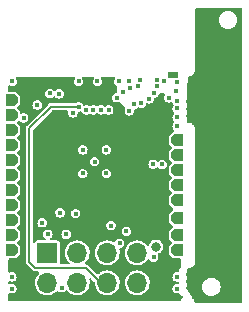
<source format=gbr>
%TF.GenerationSoftware,KiCad,Pcbnew,(5.99.0-10506-gb986797469)*%
%TF.CreationDate,2022-01-12T07:01:15+01:00*%
%TF.ProjectId,ESP31_V3,45535033-315f-4563-932e-6b696361645f,rev?*%
%TF.SameCoordinates,Original*%
%TF.FileFunction,Copper,L3,Inr*%
%TF.FilePolarity,Positive*%
%FSLAX46Y46*%
G04 Gerber Fmt 4.6, Leading zero omitted, Abs format (unit mm)*
G04 Created by KiCad (PCBNEW (5.99.0-10506-gb986797469)) date 2022-01-12 07:01:15*
%MOMM*%
%LPD*%
G01*
G04 APERTURE LIST*
G04 Aperture macros list*
%AMOutline5P*
0 Free polygon, 5 corners , with rotation*
0 The origin of the aperture is its center*
0 number of corners: always 8*
0 $1 to $10 corner X, Y*
0 $11 Rotation angle, in degrees counterclockwise*
0 create outline with 8 corners*
4,1,5,$1,$2,$3,$4,$5,$6,$7,$8,$9,$10,$1,$2,$11*%
%AMOutline6P*
0 Free polygon, 6 corners , with rotation*
0 The origin of the aperture is its center*
0 number of corners: always 6*
0 $1 to $12 corner X, Y*
0 $13 Rotation angle, in degrees counterclockwise*
0 create outline with 6 corners*
4,1,6,$1,$2,$3,$4,$5,$6,$7,$8,$9,$10,$11,$12,$1,$2,$13*%
%AMOutline7P*
0 Free polygon, 7 corners , with rotation*
0 The origin of the aperture is its center*
0 number of corners: always 7*
0 $1 to $14 corner X, Y*
0 $15 Rotation angle, in degrees counterclockwise*
0 create outline with 7 corners*
4,1,7,$1,$2,$3,$4,$5,$6,$7,$8,$9,$10,$11,$12,$13,$14,$1,$2,$15*%
%AMOutline8P*
0 Free polygon, 8 corners , with rotation*
0 The origin of the aperture is its center*
0 number of corners: always 8*
0 $1 to $16 corner X, Y*
0 $17 Rotation angle, in degrees counterclockwise*
0 create outline with 8 corners*
4,1,8,$1,$2,$3,$4,$5,$6,$7,$8,$9,$10,$11,$12,$13,$14,$15,$16,$1,$2,$17*%
G04 Aperture macros list end*
%TA.AperFunction,ComponentPad*%
%ADD10Outline6P,0.250000X-0.500000X-0.500000X-0.500000X-0.500000X0.500000X0.250000X0.500000X0.500000X0.250000X0.500000X-0.250000X180.000000*%
%TD*%
%TA.AperFunction,ComponentPad*%
%ADD11Outline6P,0.250000X-0.500000X-0.500000X-0.500000X-0.500000X0.500000X0.250000X0.500000X0.500000X0.250000X0.500000X-0.250000X0.000000*%
%TD*%
%TA.AperFunction,ComponentPad*%
%ADD12R,0.900000X0.500000*%
%TD*%
%TA.AperFunction,ComponentPad*%
%ADD13R,1.700000X1.700000*%
%TD*%
%TA.AperFunction,ComponentPad*%
%ADD14O,1.700000X1.700000*%
%TD*%
%TA.AperFunction,ViaPad*%
%ADD15C,0.400000*%
%TD*%
%TA.AperFunction,ViaPad*%
%ADD16C,0.800000*%
%TD*%
%TA.AperFunction,Conductor*%
%ADD17C,0.200000*%
%TD*%
G04 APERTURE END LIST*
D10*
%TO.N,/IO5*%
%TO.C,J5*%
X118500000Y-107780000D03*
%TD*%
%TO.N,/IO21*%
%TO.C,J10*%
X118500000Y-101180000D03*
%TD*%
%TO.N,/IO10*%
%TO.C,J7*%
X118500000Y-109230000D03*
%TD*%
D11*
%TO.N,/IO34*%
%TO.C,J18*%
X104500000Y-102870000D03*
%TD*%
D10*
%TO.N,/IO19*%
%TO.C,J9*%
X118500000Y-103720000D03*
%TD*%
%TO.N,/IO9*%
%TO.C,J6*%
X118500000Y-110500000D03*
%TD*%
%TO.N,/IO23*%
%TO.C,J12*%
X118500000Y-104990000D03*
%TD*%
D11*
%TO.N,/IO35*%
%TO.C,J19*%
X104500000Y-100330000D03*
%TD*%
%TO.N,/IO25*%
%TO.C,J13*%
X104500000Y-107950000D03*
%TD*%
%TO.N,/IO27*%
%TO.C,J15*%
X104500000Y-110490000D03*
%TD*%
%TO.N,/IO33*%
%TO.C,J17*%
X104500000Y-106680000D03*
%TD*%
%TO.N,/IO26*%
%TO.C,J14*%
X104500000Y-109220000D03*
%TD*%
D10*
%TO.N,/IO18*%
%TO.C,J8*%
X118500000Y-106260000D03*
%TD*%
D12*
%TO.N,GND*%
%TO.C,AE1*%
X118150000Y-95625000D03*
%TD*%
D11*
%TO.N,/CAPN*%
%TO.C,J3*%
X104500000Y-105410000D03*
%TD*%
%TO.N,/SENS_VN*%
%TO.C,J4*%
X104500000Y-104140000D03*
%TD*%
D10*
%TO.N,/IO22*%
%TO.C,J11*%
X118500000Y-102450000D03*
%TD*%
D11*
%TO.N,/SENS_VP*%
%TO.C,J1*%
X104500000Y-97790000D03*
%TD*%
%TO.N,/IO32*%
%TO.C,J16*%
X104500000Y-101600000D03*
%TD*%
%TO.N,/CAPP*%
%TO.C,J2*%
X104500000Y-99060000D03*
%TD*%
D13*
%TO.N,GND*%
%TO.C,J20*%
X107500000Y-110725000D03*
D14*
%TO.N,/IO1*%
X107500000Y-113265000D03*
%TO.N,/IO2*%
X110040000Y-110725000D03*
%TO.N,/IO4*%
X110040000Y-113265000D03*
%TO.N,/IO0*%
X112580000Y-110725000D03*
%TO.N,/EN*%
X112580000Y-113265000D03*
%TO.N,/IO3*%
X115120000Y-110725000D03*
%TO.N,VIN*%
X115120000Y-113265000D03*
%TD*%
D15*
%TO.N,GND*%
X117350000Y-96150000D03*
X112889765Y-108410228D03*
X116130000Y-97680000D03*
X105500000Y-99300000D03*
X109100000Y-109150000D03*
X113900000Y-97100000D03*
X104550000Y-96200000D03*
X113550000Y-96200000D03*
X114850000Y-98150000D03*
X108580000Y-107330000D03*
X118500000Y-98500000D03*
X116530000Y-97200000D03*
X116750000Y-96050000D03*
X111500000Y-103000000D03*
X106650000Y-98200000D03*
X114200000Y-108900000D03*
X108508800Y-97256600D03*
X116500000Y-111100000D03*
X104500000Y-113750000D03*
X110500000Y-102000000D03*
X108740000Y-113670000D03*
X118450000Y-97825000D03*
X118500000Y-100000000D03*
X115350000Y-96050000D03*
X116750000Y-96600000D03*
X115150000Y-96600000D03*
X109900000Y-107400000D03*
X112500000Y-102000000D03*
X112500000Y-104000000D03*
X118450000Y-96250000D03*
X111750000Y-96200000D03*
X118500000Y-99250000D03*
X114503200Y-96800000D03*
X114400000Y-96200000D03*
X113374500Y-97587566D03*
X110150000Y-96200000D03*
X118500000Y-112750000D03*
X104500000Y-112750000D03*
X113621581Y-109899011D03*
X118425000Y-97000000D03*
X110500000Y-104000000D03*
X118500000Y-113750000D03*
X115450000Y-98050000D03*
X114450000Y-98700000D03*
%TO.N,/EN*%
X107725000Y-97227600D03*
X110162095Y-98373291D03*
%TO.N,+3V3*%
X110124000Y-97775000D03*
X114750000Y-99500000D03*
X113400000Y-108900000D03*
X116396800Y-101896800D03*
X115750000Y-101250000D03*
X107100000Y-104400000D03*
X117495701Y-105195701D03*
%TO.N,/IO1*%
X116464297Y-103214297D03*
%TO.N,/IO2*%
X107069740Y-108169740D03*
X117800000Y-97600000D03*
%TO.N,/IO4*%
X107542579Y-109142578D03*
%TO.N,/IO3*%
X117211935Y-103241894D03*
D16*
%TO.N,Net-(C1-Pad2)*%
X116700000Y-110200000D03*
D15*
%TO.N,/SENS_VN*%
X110808929Y-98625870D03*
%TO.N,/SENS_VP*%
X112700500Y-98625000D03*
%TO.N,/CAPP*%
X112057502Y-98617052D03*
%TO.N,/CAPN*%
X111408098Y-98605879D03*
%TO.N,/IO34*%
X109668798Y-98858724D03*
%TD*%
D17*
%TO.N,/EN*%
X110750000Y-112000000D02*
X106495880Y-112000000D01*
X105960000Y-100190000D02*
X105960000Y-111440000D01*
X112015000Y-113265000D02*
X110750000Y-112000000D01*
X112540000Y-113265000D02*
X112015000Y-113265000D01*
X110148017Y-98359213D02*
X107790787Y-98359213D01*
X107790787Y-98359213D02*
X105960000Y-100190000D01*
X106495880Y-112000000D02*
X105960000Y-111464120D01*
X110162095Y-98373291D02*
X110148017Y-98359213D01*
X105960000Y-111464120D02*
X105960000Y-111440000D01*
%TD*%
%TA.AperFunction,NonConductor*%
G36*
X123959191Y-90018907D02*
G01*
X123995155Y-90068407D01*
X124000000Y-90099000D01*
X124000000Y-114901000D01*
X123981093Y-114959191D01*
X123931593Y-114995155D01*
X123901000Y-115000000D01*
X120099610Y-115000000D01*
X120041419Y-114981093D01*
X120005455Y-114931593D01*
X120002831Y-114915572D01*
X120002667Y-114911096D01*
X120004416Y-114909687D01*
X120002359Y-114902681D01*
X120002092Y-114895381D01*
X119999985Y-114894597D01*
X119964095Y-114772364D01*
X119965583Y-114770221D01*
X119961685Y-114764156D01*
X119959654Y-114757238D01*
X119957060Y-114756959D01*
X119888207Y-114649820D01*
X119889031Y-114647346D01*
X119883583Y-114642626D01*
X119879684Y-114636558D01*
X119877116Y-114637021D01*
X119780868Y-114553623D01*
X119780962Y-114551016D01*
X119774403Y-114548021D01*
X119768954Y-114543299D01*
X119766621Y-114544467D01*
X119759196Y-114541076D01*
X119747093Y-114530024D01*
X119721795Y-114508102D01*
X119721447Y-114506606D01*
X119714367Y-114500141D01*
X119271414Y-113724974D01*
X119258959Y-113665069D01*
X119284672Y-113608655D01*
X119291574Y-113601188D01*
X119297130Y-113595178D01*
X119297410Y-113594544D01*
X120618519Y-113594544D01*
X120636731Y-113767816D01*
X120692878Y-113932747D01*
X120784170Y-114081139D01*
X120906069Y-114205619D01*
X120910723Y-114208618D01*
X120910725Y-114208620D01*
X120958263Y-114239256D01*
X121052518Y-114299999D01*
X121216236Y-114359588D01*
X121350111Y-114376500D01*
X121444575Y-114376500D01*
X121468451Y-114373822D01*
X121567643Y-114362696D01*
X121567647Y-114362695D01*
X121573140Y-114362079D01*
X121737675Y-114304782D01*
X121885427Y-114212456D01*
X122009053Y-114089691D01*
X122102408Y-113942587D01*
X122160852Y-113778456D01*
X122181481Y-113605456D01*
X122163269Y-113432184D01*
X122107122Y-113267253D01*
X122015830Y-113118861D01*
X121893931Y-112994381D01*
X121889277Y-112991382D01*
X121889275Y-112991380D01*
X121752134Y-112902999D01*
X121747482Y-112900001D01*
X121583764Y-112840412D01*
X121449889Y-112823500D01*
X121355425Y-112823500D01*
X121331549Y-112826178D01*
X121232357Y-112837304D01*
X121232353Y-112837305D01*
X121226860Y-112837921D01*
X121062325Y-112895218D01*
X120914573Y-112987544D01*
X120871554Y-113030263D01*
X120800233Y-113101088D01*
X120790947Y-113110309D01*
X120697592Y-113257413D01*
X120639148Y-113421544D01*
X120638493Y-113427037D01*
X120624882Y-113541186D01*
X120618519Y-113594544D01*
X119297410Y-113594544D01*
X119300438Y-113587695D01*
X119300440Y-113587692D01*
X119341023Y-113495893D01*
X119341024Y-113495890D01*
X119344331Y-113488409D01*
X119349573Y-113427892D01*
X119353698Y-113380261D01*
X119353698Y-113380260D01*
X119354404Y-113372108D01*
X119326262Y-113258814D01*
X119262939Y-113160744D01*
X119262502Y-113160399D01*
X119238992Y-113108326D01*
X119251401Y-113048413D01*
X119264697Y-113030263D01*
X119291574Y-113001188D01*
X119297130Y-112995178D01*
X119300438Y-112987695D01*
X119300440Y-112987692D01*
X119341023Y-112895893D01*
X119341024Y-112895890D01*
X119344331Y-112888409D01*
X119349573Y-112827892D01*
X119353698Y-112780261D01*
X119353698Y-112780260D01*
X119354404Y-112772108D01*
X119326262Y-112658814D01*
X119262939Y-112560744D01*
X119262502Y-112560399D01*
X119238992Y-112508326D01*
X119251401Y-112448413D01*
X119264697Y-112430263D01*
X119291574Y-112401188D01*
X119297130Y-112395178D01*
X119300438Y-112387695D01*
X119300440Y-112387692D01*
X119341023Y-112295893D01*
X119341024Y-112295890D01*
X119344331Y-112288409D01*
X119349573Y-112227892D01*
X119353698Y-112180261D01*
X119353698Y-112180260D01*
X119354404Y-112172108D01*
X119342093Y-112122546D01*
X119346414Y-112061513D01*
X119385785Y-112014677D01*
X119445166Y-111999927D01*
X119452262Y-112000688D01*
X119491532Y-112006334D01*
X119492863Y-112008578D01*
X119500000Y-112007552D01*
X119507137Y-112008578D01*
X119508468Y-112006334D01*
X119634527Y-111988210D01*
X119636436Y-111989987D01*
X119642994Y-111986992D01*
X119650131Y-111985966D01*
X119650776Y-111983438D01*
X119700469Y-111960744D01*
X119756455Y-111935176D01*
X119756456Y-111935175D01*
X119766621Y-111930533D01*
X119768954Y-111931701D01*
X119774403Y-111926979D01*
X119780962Y-111923984D01*
X119780868Y-111921377D01*
X119785894Y-111917022D01*
X119785896Y-111917021D01*
X119847470Y-111863667D01*
X119877116Y-111837979D01*
X119879684Y-111838442D01*
X119883583Y-111832374D01*
X119889031Y-111827654D01*
X119888207Y-111825180D01*
X119957060Y-111718041D01*
X119959654Y-111717762D01*
X119961685Y-111710844D01*
X119965583Y-111704779D01*
X119964095Y-111702636D01*
X119999985Y-111580403D01*
X120002092Y-111579619D01*
X120002359Y-111572319D01*
X120004416Y-111565313D01*
X120002667Y-111563904D01*
X120005286Y-111492259D01*
X120001833Y-111490678D01*
X120000000Y-111477559D01*
X120000000Y-100225613D01*
X120001957Y-100209265D01*
X120005286Y-100207741D01*
X120002667Y-100136096D01*
X120004416Y-100134687D01*
X120002359Y-100127681D01*
X120002092Y-100120381D01*
X119999985Y-100119597D01*
X119964095Y-99997364D01*
X119965583Y-99995221D01*
X119961685Y-99989156D01*
X119959654Y-99982238D01*
X119957060Y-99981959D01*
X119888207Y-99874820D01*
X119889031Y-99872346D01*
X119883583Y-99867626D01*
X119879684Y-99861558D01*
X119877116Y-99862021D01*
X119780868Y-99778623D01*
X119780962Y-99776016D01*
X119774403Y-99773021D01*
X119768954Y-99768299D01*
X119766621Y-99769467D01*
X119760571Y-99766704D01*
X119660939Y-99721203D01*
X119660937Y-99721203D01*
X119650776Y-99716562D01*
X119650131Y-99714034D01*
X119642994Y-99713008D01*
X119636436Y-99710013D01*
X119634527Y-99711790D01*
X119508468Y-99693666D01*
X119507137Y-99691422D01*
X119500000Y-99692448D01*
X119492863Y-99691422D01*
X119491532Y-99693666D01*
X119414335Y-99704765D01*
X119354046Y-99694332D01*
X119311403Y-99650454D01*
X119302696Y-99589891D01*
X119309700Y-99566744D01*
X119341023Y-99495893D01*
X119341024Y-99495890D01*
X119344331Y-99488409D01*
X119349573Y-99427892D01*
X119353698Y-99380261D01*
X119353698Y-99380260D01*
X119354404Y-99372108D01*
X119326262Y-99258814D01*
X119262939Y-99160744D01*
X119262502Y-99160399D01*
X119238992Y-99108326D01*
X119251401Y-99048413D01*
X119264697Y-99030263D01*
X119291574Y-99001188D01*
X119297130Y-98995178D01*
X119300438Y-98987695D01*
X119300440Y-98987692D01*
X119341023Y-98895893D01*
X119341024Y-98895890D01*
X119344331Y-98888409D01*
X119349573Y-98827892D01*
X119353698Y-98780261D01*
X119353698Y-98780260D01*
X119354404Y-98772108D01*
X119326262Y-98658814D01*
X119262939Y-98560744D01*
X119262502Y-98560399D01*
X119238992Y-98508326D01*
X119251401Y-98448413D01*
X119264697Y-98430263D01*
X119291574Y-98401188D01*
X119297130Y-98395178D01*
X119300438Y-98387695D01*
X119300440Y-98387692D01*
X119341023Y-98295893D01*
X119341024Y-98295890D01*
X119344331Y-98288409D01*
X119349573Y-98227892D01*
X119353698Y-98180261D01*
X119353698Y-98180260D01*
X119354404Y-98172108D01*
X119326262Y-98058814D01*
X119263190Y-97961133D01*
X119247805Y-97898044D01*
X119249893Y-97876122D01*
X119275750Y-97818306D01*
X119291577Y-97801185D01*
X119297130Y-97795178D01*
X119320999Y-97741186D01*
X119341023Y-97695893D01*
X119341024Y-97695890D01*
X119344331Y-97688409D01*
X119349573Y-97627892D01*
X119353698Y-97580261D01*
X119353698Y-97580260D01*
X119354404Y-97572108D01*
X119326262Y-97458814D01*
X119312989Y-97438257D01*
X119297603Y-97375170D01*
X119318061Y-97160364D01*
X119326068Y-97129722D01*
X119341022Y-97095894D01*
X119344331Y-97088409D01*
X119345037Y-97080258D01*
X119353698Y-96980261D01*
X119353698Y-96980260D01*
X119354404Y-96972108D01*
X119352431Y-96964166D01*
X119352431Y-96964163D01*
X119345171Y-96934936D01*
X119342697Y-96901684D01*
X119443608Y-95842121D01*
X119467947Y-95785985D01*
X119520634Y-95754876D01*
X119528070Y-95753516D01*
X119634527Y-95738210D01*
X119636436Y-95739987D01*
X119642994Y-95736992D01*
X119650131Y-95735966D01*
X119650776Y-95733438D01*
X119725810Y-95699171D01*
X119756455Y-95685176D01*
X119756456Y-95685175D01*
X119766621Y-95680533D01*
X119768954Y-95681701D01*
X119774403Y-95676979D01*
X119780962Y-95673984D01*
X119780868Y-95671377D01*
X119785894Y-95667022D01*
X119785896Y-95667021D01*
X119834054Y-95625291D01*
X119877116Y-95587979D01*
X119879684Y-95588442D01*
X119883583Y-95582374D01*
X119889031Y-95577654D01*
X119888207Y-95575180D01*
X119957060Y-95468041D01*
X119959654Y-95467762D01*
X119961685Y-95460844D01*
X119965583Y-95454779D01*
X119964095Y-95452636D01*
X119999985Y-95330403D01*
X120002092Y-95329619D01*
X120002359Y-95322319D01*
X120004416Y-95315313D01*
X120002667Y-95313904D01*
X120005286Y-95242259D01*
X120001833Y-95240678D01*
X120000000Y-95227559D01*
X120000000Y-90994544D01*
X122018519Y-90994544D01*
X122036731Y-91167816D01*
X122092878Y-91332747D01*
X122184170Y-91481139D01*
X122306069Y-91605619D01*
X122310723Y-91608618D01*
X122310725Y-91608620D01*
X122447866Y-91697001D01*
X122452518Y-91699999D01*
X122616236Y-91759588D01*
X122750111Y-91776500D01*
X122844575Y-91776500D01*
X122868451Y-91773822D01*
X122967643Y-91762696D01*
X122967647Y-91762695D01*
X122973140Y-91762079D01*
X123137675Y-91704782D01*
X123285427Y-91612456D01*
X123409053Y-91489691D01*
X123502408Y-91342587D01*
X123560852Y-91178456D01*
X123581481Y-91005456D01*
X123563269Y-90832184D01*
X123507122Y-90667253D01*
X123415830Y-90518861D01*
X123293931Y-90394381D01*
X123289277Y-90391382D01*
X123289275Y-90391380D01*
X123152134Y-90302999D01*
X123147482Y-90300001D01*
X122983764Y-90240412D01*
X122849889Y-90223500D01*
X122755425Y-90223500D01*
X122731549Y-90226178D01*
X122632357Y-90237304D01*
X122632353Y-90237305D01*
X122626860Y-90237921D01*
X122462325Y-90295218D01*
X122314573Y-90387544D01*
X122190947Y-90510309D01*
X122097592Y-90657413D01*
X122039148Y-90821544D01*
X122018519Y-90994544D01*
X120000000Y-90994544D01*
X120000000Y-90099000D01*
X120018907Y-90040809D01*
X120068407Y-90004845D01*
X120099000Y-90000000D01*
X123901000Y-90000000D01*
X123959191Y-90018907D01*
G37*
%TD.AperFunction*%
%TA.AperFunction,Conductor*%
%TO.N,+3V3*%
G36*
X109804790Y-95818907D02*
G01*
X109840754Y-95868407D01*
X109840754Y-95929593D01*
X109826989Y-95956608D01*
X109821944Y-95961653D01*
X109818408Y-95968593D01*
X109769966Y-96063667D01*
X109764347Y-96074694D01*
X109763128Y-96082388D01*
X109763128Y-96082389D01*
X109750718Y-96160744D01*
X109744500Y-96200000D01*
X109764347Y-96325306D01*
X109767883Y-96332246D01*
X109788194Y-96372108D01*
X109821944Y-96438347D01*
X109911653Y-96528056D01*
X109918590Y-96531591D01*
X109918592Y-96531592D01*
X109985944Y-96565909D01*
X110024694Y-96585653D01*
X110032388Y-96586872D01*
X110032389Y-96586872D01*
X110142304Y-96604281D01*
X110150000Y-96605500D01*
X110157696Y-96604281D01*
X110267611Y-96586872D01*
X110267612Y-96586872D01*
X110275306Y-96585653D01*
X110314056Y-96565909D01*
X110381408Y-96531592D01*
X110381410Y-96531591D01*
X110388347Y-96528056D01*
X110478056Y-96438347D01*
X110511807Y-96372108D01*
X110532117Y-96332246D01*
X110535653Y-96325306D01*
X110555500Y-96200000D01*
X110549282Y-96160744D01*
X110536872Y-96082389D01*
X110536872Y-96082388D01*
X110535653Y-96074694D01*
X110530035Y-96063667D01*
X110481592Y-95968593D01*
X110478056Y-95961653D01*
X110473170Y-95956767D01*
X110454401Y-95898998D01*
X110473310Y-95840807D01*
X110522810Y-95804845D01*
X110553401Y-95800000D01*
X111346599Y-95800000D01*
X111404790Y-95818907D01*
X111440754Y-95868407D01*
X111440754Y-95929593D01*
X111426989Y-95956608D01*
X111421944Y-95961653D01*
X111418408Y-95968593D01*
X111369966Y-96063667D01*
X111364347Y-96074694D01*
X111363128Y-96082388D01*
X111363128Y-96082389D01*
X111350718Y-96160744D01*
X111344500Y-96200000D01*
X111364347Y-96325306D01*
X111367883Y-96332246D01*
X111388194Y-96372108D01*
X111421944Y-96438347D01*
X111511653Y-96528056D01*
X111518590Y-96531591D01*
X111518592Y-96531592D01*
X111585944Y-96565909D01*
X111624694Y-96585653D01*
X111632388Y-96586872D01*
X111632389Y-96586872D01*
X111742304Y-96604281D01*
X111750000Y-96605500D01*
X111757696Y-96604281D01*
X111867611Y-96586872D01*
X111867612Y-96586872D01*
X111875306Y-96585653D01*
X111914056Y-96565909D01*
X111981408Y-96531592D01*
X111981410Y-96531591D01*
X111988347Y-96528056D01*
X112078056Y-96438347D01*
X112111807Y-96372108D01*
X112132117Y-96332246D01*
X112135653Y-96325306D01*
X112155500Y-96200000D01*
X112149282Y-96160744D01*
X112136872Y-96082389D01*
X112136872Y-96082388D01*
X112135653Y-96074694D01*
X112130035Y-96063667D01*
X112081592Y-95968593D01*
X112078056Y-95961653D01*
X112073170Y-95956767D01*
X112054401Y-95898998D01*
X112073310Y-95840807D01*
X112122810Y-95804845D01*
X112153401Y-95800000D01*
X113146599Y-95800000D01*
X113204790Y-95818907D01*
X113240754Y-95868407D01*
X113240754Y-95929593D01*
X113226989Y-95956608D01*
X113221944Y-95961653D01*
X113218408Y-95968593D01*
X113169966Y-96063667D01*
X113164347Y-96074694D01*
X113163128Y-96082388D01*
X113163128Y-96082389D01*
X113150718Y-96160744D01*
X113144500Y-96200000D01*
X113164347Y-96325306D01*
X113167883Y-96332246D01*
X113188194Y-96372108D01*
X113221944Y-96438347D01*
X113311653Y-96528056D01*
X113318592Y-96531592D01*
X113318594Y-96531593D01*
X113385944Y-96565909D01*
X113429209Y-96609173D01*
X113440000Y-96654119D01*
X113440000Y-97087138D01*
X113421093Y-97145329D01*
X113371593Y-97181293D01*
X113356487Y-97184919D01*
X113256889Y-97200694D01*
X113256888Y-97200694D01*
X113249194Y-97201913D01*
X113242254Y-97205449D01*
X113143092Y-97255974D01*
X113143090Y-97255975D01*
X113136153Y-97259510D01*
X113046444Y-97349219D01*
X113042909Y-97356156D01*
X113042908Y-97356158D01*
X113010634Y-97419500D01*
X112988847Y-97462260D01*
X112987628Y-97469954D01*
X112987628Y-97469955D01*
X112985659Y-97482389D01*
X112969000Y-97587566D01*
X112988847Y-97712872D01*
X112992383Y-97719812D01*
X113042353Y-97817883D01*
X113046444Y-97825913D01*
X113136153Y-97915622D01*
X113143090Y-97919157D01*
X113143092Y-97919158D01*
X113223411Y-97960082D01*
X113249194Y-97973219D01*
X113256888Y-97974438D01*
X113256889Y-97974438D01*
X113366804Y-97991847D01*
X113374500Y-97993066D01*
X113382196Y-97991847D01*
X113492111Y-97974438D01*
X113492112Y-97974438D01*
X113499806Y-97973219D01*
X113506744Y-97969684D01*
X113506753Y-97969681D01*
X113525592Y-97960082D01*
X113586024Y-97950511D01*
X113640142Y-97977894D01*
X113757879Y-98094308D01*
X114072991Y-98405879D01*
X114101075Y-98460237D01*
X114091593Y-98521220D01*
X114064347Y-98574694D01*
X114044500Y-98700000D01*
X114045719Y-98707696D01*
X114058849Y-98790591D01*
X114064347Y-98825306D01*
X114067883Y-98832246D01*
X114116889Y-98928425D01*
X114121944Y-98938347D01*
X114211653Y-99028056D01*
X114218590Y-99031591D01*
X114218592Y-99031592D01*
X114317754Y-99082117D01*
X114324694Y-99085653D01*
X114332388Y-99086872D01*
X114332389Y-99086872D01*
X114442304Y-99104281D01*
X114450000Y-99105500D01*
X114457696Y-99104281D01*
X114567611Y-99086872D01*
X114567612Y-99086872D01*
X114575306Y-99085653D01*
X114582246Y-99082117D01*
X114681408Y-99031592D01*
X114681410Y-99031591D01*
X114688347Y-99028056D01*
X114778056Y-98938347D01*
X114783112Y-98928425D01*
X114832117Y-98832246D01*
X114835653Y-98825306D01*
X114841152Y-98790591D01*
X114854281Y-98707696D01*
X114855500Y-98700000D01*
X114848526Y-98655967D01*
X114858097Y-98595535D01*
X114901362Y-98552270D01*
X114930820Y-98542699D01*
X114967611Y-98536872D01*
X114967612Y-98536872D01*
X114975306Y-98535653D01*
X114990216Y-98528056D01*
X115081408Y-98481592D01*
X115081410Y-98481591D01*
X115088347Y-98478056D01*
X115145353Y-98421050D01*
X115199870Y-98393273D01*
X115260302Y-98402844D01*
X115317753Y-98432117D01*
X115317756Y-98432118D01*
X115324694Y-98435653D01*
X115332388Y-98436872D01*
X115332389Y-98436872D01*
X115442304Y-98454281D01*
X115450000Y-98455500D01*
X115457696Y-98454281D01*
X115567611Y-98436872D01*
X115567612Y-98436872D01*
X115575306Y-98435653D01*
X115582246Y-98432117D01*
X115681408Y-98381592D01*
X115681410Y-98381591D01*
X115688347Y-98378056D01*
X115778056Y-98288347D01*
X115783419Y-98277823D01*
X115832117Y-98182246D01*
X115835653Y-98175306D01*
X115843031Y-98128726D01*
X115870809Y-98074210D01*
X115925326Y-98046433D01*
X115985757Y-98056005D01*
X115997748Y-98062115D01*
X115997754Y-98062117D01*
X116004694Y-98065653D01*
X116012388Y-98066872D01*
X116012389Y-98066872D01*
X116058719Y-98074210D01*
X116110359Y-98082389D01*
X116122304Y-98084281D01*
X116130000Y-98085500D01*
X116137696Y-98084281D01*
X116149642Y-98082389D01*
X116201281Y-98074210D01*
X116247611Y-98066872D01*
X116247612Y-98066872D01*
X116255306Y-98065653D01*
X116266803Y-98059795D01*
X116361408Y-98011592D01*
X116361410Y-98011591D01*
X116368347Y-98008056D01*
X116458056Y-97918347D01*
X116462996Y-97908653D01*
X116512117Y-97812246D01*
X116515653Y-97805306D01*
X116517172Y-97795719D01*
X116535500Y-97680000D01*
X116537238Y-97680275D01*
X116553188Y-97631184D01*
X116602688Y-97595220D01*
X116617791Y-97591595D01*
X116639276Y-97588192D01*
X116647611Y-97586872D01*
X116647612Y-97586872D01*
X116655306Y-97585653D01*
X116724985Y-97550150D01*
X116761408Y-97531592D01*
X116761410Y-97531591D01*
X116768347Y-97528056D01*
X116858056Y-97438347D01*
X116874793Y-97405500D01*
X116912117Y-97332246D01*
X116915653Y-97325306D01*
X116917521Y-97313512D01*
X116945299Y-97258995D01*
X116999816Y-97231219D01*
X117015302Y-97230000D01*
X117377471Y-97230000D01*
X117435662Y-97248907D01*
X117471626Y-97298407D01*
X117471626Y-97359593D01*
X117465681Y-97373945D01*
X117418227Y-97467080D01*
X117414347Y-97474694D01*
X117413128Y-97482388D01*
X117413128Y-97482389D01*
X117398918Y-97572108D01*
X117394500Y-97600000D01*
X117395719Y-97607696D01*
X117412378Y-97712872D01*
X117414347Y-97725306D01*
X117417883Y-97732246D01*
X117465609Y-97825913D01*
X117471944Y-97838347D01*
X117561653Y-97928056D01*
X117568590Y-97931591D01*
X117568592Y-97931592D01*
X117652683Y-97974438D01*
X117674694Y-97985653D01*
X117682388Y-97986872D01*
X117682389Y-97986872D01*
X117792304Y-98004281D01*
X117800000Y-98005500D01*
X117807696Y-98004281D01*
X117917611Y-97986872D01*
X117917612Y-97986872D01*
X117925306Y-97985653D01*
X117932244Y-97982118D01*
X117932250Y-97982116D01*
X117961779Y-97967070D01*
X118022211Y-97957499D01*
X118076727Y-97985277D01*
X118094933Y-98010335D01*
X118112716Y-98045235D01*
X118121944Y-98063347D01*
X118176093Y-98117496D01*
X118203870Y-98172013D01*
X118194299Y-98232445D01*
X118181790Y-98249662D01*
X118182033Y-98249839D01*
X118177450Y-98256147D01*
X118171944Y-98261653D01*
X118168409Y-98268590D01*
X118168408Y-98268592D01*
X118122204Y-98359273D01*
X118114347Y-98374694D01*
X118113128Y-98382388D01*
X118113128Y-98382389D01*
X118109888Y-98402844D01*
X118094500Y-98500000D01*
X118095719Y-98507696D01*
X118113080Y-98617304D01*
X118114347Y-98625306D01*
X118117883Y-98632246D01*
X118162292Y-98719403D01*
X118171944Y-98738347D01*
X118238593Y-98804996D01*
X118266370Y-98859513D01*
X118256799Y-98919945D01*
X118238593Y-98945004D01*
X118171944Y-99011653D01*
X118168409Y-99018590D01*
X118168408Y-99018592D01*
X118125616Y-99102577D01*
X118114347Y-99124694D01*
X118113128Y-99132388D01*
X118113128Y-99132389D01*
X118105385Y-99181274D01*
X118094500Y-99250000D01*
X118114347Y-99375306D01*
X118117883Y-99382246D01*
X118158016Y-99461011D01*
X118171944Y-99488347D01*
X118238593Y-99554996D01*
X118266370Y-99609513D01*
X118256799Y-99669945D01*
X118238593Y-99695004D01*
X118171944Y-99761653D01*
X118168409Y-99768590D01*
X118168408Y-99768592D01*
X118151208Y-99802350D01*
X118114347Y-99874694D01*
X118094500Y-100000000D01*
X118095719Y-100007696D01*
X118106742Y-100077288D01*
X118114347Y-100125306D01*
X118117883Y-100132246D01*
X118167481Y-100229587D01*
X118171944Y-100238347D01*
X118244093Y-100310496D01*
X118271870Y-100365013D01*
X118262299Y-100425445D01*
X118219034Y-100468710D01*
X118197305Y-100473926D01*
X118197542Y-100474655D01*
X118182630Y-100479500D01*
X118166950Y-100479500D01*
X117799500Y-100846950D01*
X117799500Y-101513050D01*
X118031446Y-101744996D01*
X118059223Y-101799513D01*
X118049652Y-101859945D01*
X118031446Y-101885004D01*
X117799500Y-102116950D01*
X117799500Y-102783050D01*
X118031446Y-103014996D01*
X118059223Y-103069513D01*
X118049652Y-103129945D01*
X118031446Y-103155004D01*
X117799500Y-103386950D01*
X117799500Y-104053050D01*
X118031446Y-104284996D01*
X118059223Y-104339513D01*
X118049652Y-104399945D01*
X118031446Y-104425004D01*
X117799500Y-104656950D01*
X117799500Y-105323050D01*
X118031446Y-105554996D01*
X118059223Y-105609513D01*
X118049652Y-105669945D01*
X118031446Y-105695004D01*
X117799500Y-105926950D01*
X117799500Y-106593050D01*
X118156446Y-106949996D01*
X118184223Y-107004513D01*
X118174652Y-107064945D01*
X118156446Y-107090004D01*
X117799500Y-107446950D01*
X117799500Y-108113050D01*
X118121446Y-108434996D01*
X118149223Y-108489513D01*
X118139652Y-108549945D01*
X118121446Y-108575004D01*
X117799500Y-108896950D01*
X117799500Y-109563050D01*
X118031446Y-109794996D01*
X118059223Y-109849513D01*
X118049652Y-109909945D01*
X118031446Y-109935004D01*
X117799500Y-110166950D01*
X117799500Y-110833050D01*
X118166950Y-111200500D01*
X118701000Y-111200500D01*
X118759191Y-111219407D01*
X118795155Y-111268907D01*
X118800000Y-111299500D01*
X118800000Y-111446418D01*
X118798228Y-111465063D01*
X118794329Y-111485395D01*
X118796007Y-111531282D01*
X118796157Y-111535375D01*
X118793067Y-111535488D01*
X118793232Y-111537213D01*
X118795457Y-111537080D01*
X118795457Y-111537082D01*
X118797360Y-111569002D01*
X118797466Y-111571202D01*
X118798553Y-111600909D01*
X118799467Y-111604335D01*
X118799689Y-111608052D01*
X118801265Y-111613421D01*
X118801266Y-111613424D01*
X118807806Y-111635697D01*
X118808467Y-111638057D01*
X118816842Y-111669434D01*
X118813845Y-111670234D01*
X118814175Y-111672146D01*
X118818164Y-111670974D01*
X118818165Y-111670975D01*
X118834816Y-111727683D01*
X118835009Y-111728619D01*
X118834443Y-111734073D01*
X118845714Y-111765419D01*
X118847537Y-111771008D01*
X118852389Y-111787533D01*
X118850824Y-111787993D01*
X118855328Y-111841728D01*
X118823625Y-111894060D01*
X118805960Y-111906232D01*
X118782112Y-111919100D01*
X118702870Y-112004822D01*
X118699562Y-112012305D01*
X118699560Y-112012308D01*
X118658977Y-112104107D01*
X118658976Y-112104110D01*
X118655669Y-112111591D01*
X118654963Y-112119739D01*
X118654963Y-112119740D01*
X118646302Y-112219739D01*
X118645596Y-112227892D01*
X118647569Y-112235835D01*
X118648211Y-112243989D01*
X118644541Y-112244278D01*
X118641398Y-112289210D01*
X118602068Y-112336080D01*
X118542700Y-112350882D01*
X118534120Y-112349904D01*
X118507697Y-112345719D01*
X118507696Y-112345719D01*
X118500000Y-112344500D01*
X118492304Y-112345719D01*
X118382389Y-112363128D01*
X118382388Y-112363128D01*
X118374694Y-112364347D01*
X118367754Y-112367883D01*
X118268592Y-112418408D01*
X118268590Y-112418409D01*
X118261653Y-112421944D01*
X118171944Y-112511653D01*
X118168409Y-112518590D01*
X118168408Y-112518592D01*
X118157038Y-112540908D01*
X118114347Y-112624694D01*
X118113128Y-112632388D01*
X118113128Y-112632389D01*
X118106709Y-112672919D01*
X118094500Y-112750000D01*
X118095719Y-112757696D01*
X118113097Y-112867412D01*
X118114347Y-112875306D01*
X118117883Y-112882246D01*
X118143542Y-112932604D01*
X118171944Y-112988347D01*
X118261653Y-113078056D01*
X118268590Y-113081591D01*
X118268592Y-113081592D01*
X118367752Y-113132116D01*
X118374694Y-113135653D01*
X118382388Y-113136872D01*
X118382389Y-113136872D01*
X118479285Y-113152219D01*
X118495417Y-113160439D01*
X118520715Y-113152219D01*
X118562064Y-113145670D01*
X118622496Y-113155241D01*
X118665761Y-113198506D01*
X118675332Y-113258938D01*
X118668098Y-113283477D01*
X118662684Y-113295724D01*
X118621861Y-113341300D01*
X118556652Y-113353473D01*
X118520715Y-113347781D01*
X118504583Y-113339561D01*
X118479285Y-113347781D01*
X118382389Y-113363128D01*
X118382388Y-113363128D01*
X118374694Y-113364347D01*
X118367754Y-113367883D01*
X118268592Y-113418408D01*
X118268590Y-113418409D01*
X118261653Y-113421944D01*
X118171944Y-113511653D01*
X118114347Y-113624694D01*
X118113128Y-113632388D01*
X118113128Y-113632389D01*
X118109776Y-113653555D01*
X118094500Y-113750000D01*
X118114347Y-113875306D01*
X118117883Y-113882246D01*
X118163670Y-113972108D01*
X118171944Y-113988347D01*
X118261653Y-114078056D01*
X118268590Y-114081591D01*
X118268592Y-114081592D01*
X118360822Y-114128585D01*
X118374694Y-114135653D01*
X118382388Y-114136872D01*
X118382389Y-114136872D01*
X118492304Y-114154281D01*
X118500000Y-114155500D01*
X118602322Y-114139293D01*
X118662752Y-114148864D01*
X118700977Y-114183372D01*
X118737061Y-114239256D01*
X118743486Y-114244321D01*
X118743487Y-114244322D01*
X118751158Y-114250369D01*
X118828737Y-114311527D01*
X118836455Y-114314237D01*
X118836458Y-114314239D01*
X118928653Y-114346615D01*
X118977292Y-114383735D01*
X118994824Y-114442355D01*
X118974550Y-114500085D01*
X118971993Y-114503131D01*
X118969424Y-114505357D01*
X118966139Y-114509839D01*
X118964776Y-114511317D01*
X118963743Y-114512583D01*
X118959733Y-114516500D01*
X118956704Y-114521214D01*
X118950536Y-114530811D01*
X118947113Y-114535797D01*
X118927495Y-114562561D01*
X118926463Y-114568107D01*
X118925959Y-114569052D01*
X118892330Y-114621380D01*
X118891740Y-114622150D01*
X118887252Y-114625291D01*
X118881795Y-114635010D01*
X118870942Y-114654338D01*
X118867903Y-114659391D01*
X118861603Y-114669193D01*
X118861601Y-114669197D01*
X118858603Y-114673862D01*
X118856717Y-114679078D01*
X118855811Y-114680911D01*
X118855182Y-114682405D01*
X118852443Y-114687283D01*
X118850867Y-114692652D01*
X118850864Y-114692658D01*
X118847645Y-114703621D01*
X118845758Y-114709389D01*
X118836621Y-114734661D01*
X118799055Y-114782956D01*
X118743519Y-114800000D01*
X104299000Y-114800000D01*
X104240809Y-114781093D01*
X104204845Y-114731593D01*
X104200000Y-114701000D01*
X104200000Y-114208196D01*
X104218907Y-114150005D01*
X104268407Y-114114041D01*
X104329593Y-114114041D01*
X104343944Y-114119986D01*
X104367750Y-114132116D01*
X104367756Y-114132118D01*
X104374694Y-114135653D01*
X104382388Y-114136872D01*
X104382389Y-114136872D01*
X104492304Y-114154281D01*
X104500000Y-114155500D01*
X104507696Y-114154281D01*
X104617611Y-114136872D01*
X104617612Y-114136872D01*
X104625306Y-114135653D01*
X104639178Y-114128585D01*
X104731408Y-114081592D01*
X104731410Y-114081591D01*
X104738347Y-114078056D01*
X104828056Y-113988347D01*
X104836331Y-113972108D01*
X104882117Y-113882246D01*
X104885653Y-113875306D01*
X104905500Y-113750000D01*
X104890224Y-113653555D01*
X104886872Y-113632389D01*
X104886872Y-113632388D01*
X104885653Y-113624694D01*
X104828056Y-113511653D01*
X104738347Y-113421944D01*
X104731410Y-113418409D01*
X104731408Y-113418408D01*
X104632246Y-113367883D01*
X104625306Y-113364347D01*
X104617612Y-113363128D01*
X104617611Y-113363128D01*
X104520715Y-113347781D01*
X104504583Y-113339561D01*
X104479285Y-113347781D01*
X104382389Y-113363128D01*
X104382388Y-113363128D01*
X104374694Y-113364347D01*
X104367756Y-113367882D01*
X104367750Y-113367884D01*
X104343944Y-113380014D01*
X104283512Y-113389585D01*
X104228996Y-113361807D01*
X104201219Y-113307290D01*
X104200000Y-113291804D01*
X104200000Y-113208196D01*
X104218907Y-113150005D01*
X104268407Y-113114041D01*
X104329593Y-113114041D01*
X104343944Y-113119986D01*
X104367750Y-113132116D01*
X104367756Y-113132118D01*
X104374694Y-113135653D01*
X104382388Y-113136872D01*
X104382389Y-113136872D01*
X104479285Y-113152219D01*
X104495417Y-113160439D01*
X104520715Y-113152219D01*
X104617611Y-113136872D01*
X104617612Y-113136872D01*
X104625306Y-113135653D01*
X104632248Y-113132116D01*
X104731408Y-113081592D01*
X104731410Y-113081591D01*
X104738347Y-113078056D01*
X104828056Y-112988347D01*
X104856459Y-112932604D01*
X104882117Y-112882246D01*
X104885653Y-112875306D01*
X104886904Y-112867412D01*
X104904281Y-112757696D01*
X104905500Y-112750000D01*
X104893291Y-112672919D01*
X104886872Y-112632389D01*
X104886872Y-112632388D01*
X104885653Y-112624694D01*
X104842962Y-112540908D01*
X104831592Y-112518592D01*
X104831591Y-112518590D01*
X104828056Y-112511653D01*
X104738347Y-112421944D01*
X104731410Y-112418409D01*
X104731408Y-112418408D01*
X104632246Y-112367883D01*
X104625306Y-112364347D01*
X104617612Y-112363128D01*
X104617611Y-112363128D01*
X104507696Y-112345719D01*
X104500000Y-112344500D01*
X104492304Y-112345719D01*
X104382389Y-112363128D01*
X104382388Y-112363128D01*
X104374694Y-112364347D01*
X104367756Y-112367882D01*
X104367750Y-112367884D01*
X104343944Y-112380014D01*
X104283512Y-112389585D01*
X104228996Y-112361807D01*
X104201219Y-112307290D01*
X104200000Y-112291804D01*
X104200000Y-111289500D01*
X104218907Y-111231309D01*
X104268407Y-111195345D01*
X104299000Y-111190500D01*
X104833050Y-111190500D01*
X105200500Y-110823050D01*
X105200500Y-110156950D01*
X104968554Y-109925004D01*
X104940777Y-109870487D01*
X104950348Y-109810055D01*
X104968554Y-109784996D01*
X105200500Y-109553050D01*
X105200500Y-108886950D01*
X104968554Y-108655004D01*
X104940777Y-108600487D01*
X104950348Y-108540055D01*
X104968554Y-108514996D01*
X105200500Y-108283050D01*
X105200500Y-107616950D01*
X104968554Y-107385004D01*
X104940777Y-107330487D01*
X104950348Y-107270055D01*
X104968554Y-107244996D01*
X105200500Y-107013050D01*
X105200500Y-106346950D01*
X104968554Y-106115004D01*
X104940777Y-106060487D01*
X104950348Y-106000055D01*
X104968554Y-105974996D01*
X105200500Y-105743050D01*
X105200500Y-105076950D01*
X104968554Y-104845004D01*
X104940777Y-104790487D01*
X104950348Y-104730055D01*
X104968554Y-104704996D01*
X105200500Y-104473050D01*
X105200500Y-103806950D01*
X104968554Y-103575004D01*
X104940777Y-103520487D01*
X104950348Y-103460055D01*
X104968554Y-103434996D01*
X105200500Y-103203050D01*
X105200500Y-102536950D01*
X104968554Y-102305004D01*
X104940777Y-102250487D01*
X104950348Y-102190055D01*
X104968554Y-102164996D01*
X105200500Y-101933050D01*
X105200500Y-101266950D01*
X104968554Y-101035004D01*
X104940777Y-100980487D01*
X104950348Y-100920055D01*
X104968554Y-100894996D01*
X105200500Y-100663050D01*
X105200500Y-100175077D01*
X105654864Y-100175077D01*
X105656097Y-100184134D01*
X105658596Y-100202500D01*
X105659500Y-100215850D01*
X105659500Y-111412012D01*
X105659270Y-111415144D01*
X105657777Y-111419492D01*
X105658120Y-111428628D01*
X105659430Y-111463521D01*
X105659500Y-111467235D01*
X105659500Y-111490966D01*
X105660335Y-111495450D01*
X105660582Y-111498124D01*
X105660931Y-111503509D01*
X105661974Y-111531282D01*
X105665580Y-111539677D01*
X105665581Y-111539679D01*
X105666514Y-111541850D01*
X105672877Y-111562794D01*
X105674983Y-111574099D01*
X105679780Y-111581881D01*
X105679781Y-111581884D01*
X105688948Y-111596756D01*
X105695630Y-111609619D01*
X105706134Y-111634068D01*
X105711455Y-111640546D01*
X105714958Y-111644049D01*
X105728139Y-111660724D01*
X105728887Y-111661549D01*
X105733684Y-111669331D01*
X105754055Y-111684821D01*
X105755705Y-111686076D01*
X105765785Y-111694876D01*
X106246548Y-112175639D01*
X106248600Y-112178017D01*
X106250619Y-112182147D01*
X106257319Y-112188362D01*
X106282922Y-112212112D01*
X106285598Y-112214689D01*
X106302378Y-112231469D01*
X106306135Y-112234047D01*
X106308220Y-112235779D01*
X106312274Y-112239340D01*
X106325932Y-112252010D01*
X106325935Y-112252012D01*
X106332635Y-112258227D01*
X106341126Y-112261615D01*
X106341127Y-112261615D01*
X106343319Y-112262490D01*
X106362630Y-112272802D01*
X106364569Y-112274132D01*
X106372110Y-112279305D01*
X106381004Y-112281416D01*
X106381005Y-112281416D01*
X106398000Y-112285449D01*
X106411829Y-112289823D01*
X106430051Y-112297093D01*
X106430053Y-112297093D01*
X106436541Y-112299682D01*
X106444884Y-112300500D01*
X106449834Y-112300500D01*
X106470953Y-112302971D01*
X106472063Y-112303025D01*
X106480957Y-112305136D01*
X106502355Y-112302224D01*
X106508380Y-112301404D01*
X106521730Y-112300500D01*
X106742032Y-112300500D01*
X106800223Y-112319407D01*
X106836187Y-112368907D01*
X106836187Y-112430093D01*
X106804066Y-112476654D01*
X106761505Y-112510874D01*
X106690485Y-112595513D01*
X106632202Y-112664971D01*
X106632199Y-112664975D01*
X106629093Y-112668677D01*
X106529853Y-112849194D01*
X106528389Y-112853808D01*
X106528388Y-112853811D01*
X106483964Y-112993853D01*
X106467565Y-113045549D01*
X106467025Y-113050361D01*
X106467025Y-113050362D01*
X106455849Y-113150005D01*
X106444603Y-113250263D01*
X106449392Y-113307290D01*
X106455240Y-113376934D01*
X106461840Y-113455538D01*
X106463173Y-113460186D01*
X106463173Y-113460187D01*
X106512552Y-113632389D01*
X106518621Y-113653555D01*
X106612782Y-113836773D01*
X106740737Y-113998212D01*
X106897612Y-114131723D01*
X106901835Y-114134083D01*
X106901839Y-114134086D01*
X106990027Y-114183372D01*
X107077432Y-114232221D01*
X107082030Y-114233715D01*
X107268742Y-114294382D01*
X107268745Y-114294383D01*
X107273347Y-114295878D01*
X107477895Y-114320269D01*
X107482717Y-114319898D01*
X107482720Y-114319898D01*
X107678458Y-114304837D01*
X107678463Y-114304836D01*
X107683286Y-114304465D01*
X107881695Y-114249068D01*
X107886013Y-114246887D01*
X108061244Y-114158371D01*
X108061246Y-114158370D01*
X108065565Y-114156188D01*
X108227893Y-114029363D01*
X108231055Y-114025700D01*
X108231060Y-114025695D01*
X108299612Y-113946276D01*
X108351947Y-113914581D01*
X108412918Y-113919701D01*
X108444558Y-113940961D01*
X108501653Y-113998056D01*
X108508590Y-114001591D01*
X108508592Y-114001592D01*
X108568949Y-114032345D01*
X108614694Y-114055653D01*
X108622388Y-114056872D01*
X108622389Y-114056872D01*
X108732304Y-114074281D01*
X108740000Y-114075500D01*
X108747696Y-114074281D01*
X108857611Y-114056872D01*
X108857612Y-114056872D01*
X108865306Y-114055653D01*
X108911051Y-114032345D01*
X108971408Y-114001592D01*
X108971410Y-114001591D01*
X108978347Y-113998056D01*
X109068056Y-113908347D01*
X109070532Y-113910823D01*
X109107860Y-113883763D01*
X109169045Y-113883828D01*
X109215938Y-113916456D01*
X109280737Y-113998212D01*
X109437612Y-114131723D01*
X109441835Y-114134083D01*
X109441839Y-114134086D01*
X109530027Y-114183372D01*
X109617432Y-114232221D01*
X109622030Y-114233715D01*
X109808742Y-114294382D01*
X109808745Y-114294383D01*
X109813347Y-114295878D01*
X110017895Y-114320269D01*
X110022717Y-114319898D01*
X110022720Y-114319898D01*
X110218458Y-114304837D01*
X110218463Y-114304836D01*
X110223286Y-114304465D01*
X110421695Y-114249068D01*
X110426013Y-114246887D01*
X110601244Y-114158371D01*
X110601246Y-114158370D01*
X110605565Y-114156188D01*
X110767893Y-114029363D01*
X110771055Y-114025700D01*
X110771060Y-114025695D01*
X110872351Y-113908347D01*
X110902496Y-113873424D01*
X110905799Y-113867611D01*
X111001858Y-113698517D01*
X111001859Y-113698514D01*
X111004247Y-113694311D01*
X111008709Y-113680900D01*
X111067743Y-113503435D01*
X111067743Y-113503433D01*
X111069270Y-113498844D01*
X111074154Y-113460187D01*
X111094740Y-113297225D01*
X111095088Y-113294471D01*
X111095500Y-113265000D01*
X111094906Y-113258938D01*
X111075870Y-113064796D01*
X111075869Y-113064792D01*
X111075398Y-113059986D01*
X111072493Y-113050362D01*
X111055408Y-112993776D01*
X111056690Y-112932604D01*
X111093682Y-112883868D01*
X111152256Y-112866184D01*
X111210038Y-112886306D01*
X111220187Y-112895158D01*
X111496197Y-113171168D01*
X111523974Y-113225685D01*
X111525183Y-113242556D01*
X111525143Y-113245453D01*
X111524603Y-113250263D01*
X111527459Y-113284274D01*
X111535240Y-113376934D01*
X111541840Y-113455538D01*
X111543173Y-113460186D01*
X111543173Y-113460187D01*
X111592552Y-113632389D01*
X111598621Y-113653555D01*
X111692782Y-113836773D01*
X111820737Y-113998212D01*
X111977612Y-114131723D01*
X111981835Y-114134083D01*
X111981839Y-114134086D01*
X112070027Y-114183372D01*
X112157432Y-114232221D01*
X112162030Y-114233715D01*
X112348742Y-114294382D01*
X112348745Y-114294383D01*
X112353347Y-114295878D01*
X112557895Y-114320269D01*
X112562717Y-114319898D01*
X112562720Y-114319898D01*
X112758458Y-114304837D01*
X112758463Y-114304836D01*
X112763286Y-114304465D01*
X112961695Y-114249068D01*
X112966013Y-114246887D01*
X113141244Y-114158371D01*
X113141246Y-114158370D01*
X113145565Y-114156188D01*
X113307893Y-114029363D01*
X113311055Y-114025700D01*
X113311060Y-114025695D01*
X113412351Y-113908347D01*
X113442496Y-113873424D01*
X113445799Y-113867611D01*
X113541858Y-113698517D01*
X113541859Y-113698514D01*
X113544247Y-113694311D01*
X113548709Y-113680900D01*
X113607743Y-113503435D01*
X113607743Y-113503433D01*
X113609270Y-113498844D01*
X113614154Y-113460187D01*
X113634740Y-113297225D01*
X113635088Y-113294471D01*
X113635500Y-113265000D01*
X113634906Y-113258938D01*
X113634055Y-113250263D01*
X114064603Y-113250263D01*
X114069392Y-113307290D01*
X114075240Y-113376934D01*
X114081840Y-113455538D01*
X114083173Y-113460186D01*
X114083173Y-113460187D01*
X114132552Y-113632389D01*
X114138621Y-113653555D01*
X114232782Y-113836773D01*
X114360737Y-113998212D01*
X114517612Y-114131723D01*
X114521835Y-114134083D01*
X114521839Y-114134086D01*
X114610027Y-114183372D01*
X114697432Y-114232221D01*
X114702030Y-114233715D01*
X114888742Y-114294382D01*
X114888745Y-114294383D01*
X114893347Y-114295878D01*
X115097895Y-114320269D01*
X115102717Y-114319898D01*
X115102720Y-114319898D01*
X115298458Y-114304837D01*
X115298463Y-114304836D01*
X115303286Y-114304465D01*
X115501695Y-114249068D01*
X115506013Y-114246887D01*
X115681244Y-114158371D01*
X115681246Y-114158370D01*
X115685565Y-114156188D01*
X115847893Y-114029363D01*
X115851055Y-114025700D01*
X115851060Y-114025695D01*
X115952351Y-113908347D01*
X115982496Y-113873424D01*
X115985799Y-113867611D01*
X116081858Y-113698517D01*
X116081859Y-113698514D01*
X116084247Y-113694311D01*
X116088709Y-113680900D01*
X116147743Y-113503435D01*
X116147743Y-113503433D01*
X116149270Y-113498844D01*
X116154154Y-113460187D01*
X116174740Y-113297225D01*
X116175088Y-113294471D01*
X116175500Y-113265000D01*
X116174906Y-113258938D01*
X116155870Y-113064796D01*
X116155869Y-113064792D01*
X116155398Y-113059986D01*
X116152493Y-113050362D01*
X116105633Y-112895158D01*
X116095858Y-112862780D01*
X115999148Y-112680895D01*
X115868952Y-112521259D01*
X115841939Y-112498912D01*
X115713955Y-112393034D01*
X115713953Y-112393033D01*
X115710228Y-112389951D01*
X115544425Y-112300301D01*
X115533277Y-112294273D01*
X115533276Y-112294272D01*
X115529023Y-112291973D01*
X115430952Y-112261615D01*
X115336859Y-112232488D01*
X115336855Y-112232487D01*
X115332238Y-112231058D01*
X115327431Y-112230553D01*
X115327427Y-112230552D01*
X115132185Y-112210032D01*
X115132183Y-112210032D01*
X115127369Y-112209526D01*
X115070637Y-112214689D01*
X114927039Y-112227757D01*
X114927036Y-112227758D01*
X114922219Y-112228196D01*
X114917577Y-112229562D01*
X114917573Y-112229563D01*
X114729250Y-112284989D01*
X114729247Y-112284990D01*
X114724603Y-112286357D01*
X114720309Y-112288602D01*
X114546344Y-112379548D01*
X114546340Y-112379551D01*
X114542047Y-112381795D01*
X114538271Y-112384831D01*
X114538268Y-112384833D01*
X114481976Y-112430093D01*
X114381505Y-112510874D01*
X114310485Y-112595513D01*
X114252202Y-112664971D01*
X114252199Y-112664975D01*
X114249093Y-112668677D01*
X114149853Y-112849194D01*
X114148389Y-112853808D01*
X114148388Y-112853811D01*
X114103964Y-112993853D01*
X114087565Y-113045549D01*
X114087025Y-113050361D01*
X114087025Y-113050362D01*
X114075849Y-113150005D01*
X114064603Y-113250263D01*
X113634055Y-113250263D01*
X113615870Y-113064796D01*
X113615869Y-113064792D01*
X113615398Y-113059986D01*
X113612493Y-113050362D01*
X113565633Y-112895158D01*
X113555858Y-112862780D01*
X113459148Y-112680895D01*
X113328952Y-112521259D01*
X113301939Y-112498912D01*
X113173955Y-112393034D01*
X113173953Y-112393033D01*
X113170228Y-112389951D01*
X113004425Y-112300301D01*
X112993277Y-112294273D01*
X112993276Y-112294272D01*
X112989023Y-112291973D01*
X112890952Y-112261615D01*
X112796859Y-112232488D01*
X112796855Y-112232487D01*
X112792238Y-112231058D01*
X112787431Y-112230553D01*
X112787427Y-112230552D01*
X112592185Y-112210032D01*
X112592183Y-112210032D01*
X112587369Y-112209526D01*
X112530637Y-112214689D01*
X112387039Y-112227757D01*
X112387036Y-112227758D01*
X112382219Y-112228196D01*
X112377577Y-112229562D01*
X112377573Y-112229563D01*
X112189250Y-112284989D01*
X112189247Y-112284990D01*
X112184603Y-112286357D01*
X112180309Y-112288602D01*
X112006344Y-112379548D01*
X112006340Y-112379551D01*
X112002047Y-112381795D01*
X111998271Y-112384831D01*
X111998268Y-112384833D01*
X111941976Y-112430093D01*
X111841505Y-112510874D01*
X111838397Y-112514578D01*
X111834930Y-112517973D01*
X111833654Y-112516670D01*
X111788053Y-112545170D01*
X111727016Y-112540908D01*
X111694089Y-112519117D01*
X110999328Y-111824356D01*
X110997279Y-111821982D01*
X110995261Y-111817853D01*
X110962971Y-111787900D01*
X110960295Y-111785323D01*
X110943503Y-111768531D01*
X110939744Y-111765952D01*
X110937663Y-111764223D01*
X110933606Y-111760660D01*
X110919948Y-111747990D01*
X110919945Y-111747988D01*
X110913245Y-111741773D01*
X110902564Y-111737512D01*
X110883247Y-111727197D01*
X110873771Y-111720696D01*
X110847869Y-111714549D01*
X110834066Y-111710183D01*
X110809339Y-111700318D01*
X110800996Y-111699500D01*
X110796046Y-111699500D01*
X110773188Y-111696825D01*
X110765826Y-111695078D01*
X110713573Y-111663246D01*
X110690010Y-111606780D01*
X110704137Y-111547248D01*
X110727733Y-111520740D01*
X110764076Y-111492346D01*
X110764081Y-111492341D01*
X110767893Y-111489363D01*
X110771055Y-111485700D01*
X110771060Y-111485695D01*
X110896148Y-111340778D01*
X110902496Y-111333424D01*
X110907980Y-111323772D01*
X111001858Y-111158517D01*
X111001859Y-111158514D01*
X111004247Y-111154311D01*
X111017021Y-111115913D01*
X111067743Y-110963435D01*
X111067743Y-110963433D01*
X111069270Y-110958844D01*
X111074154Y-110920187D01*
X111094740Y-110757225D01*
X111095088Y-110754471D01*
X111095500Y-110725000D01*
X111094528Y-110715083D01*
X111094055Y-110710263D01*
X111524603Y-110710263D01*
X111541840Y-110915538D01*
X111543173Y-110920186D01*
X111543173Y-110920187D01*
X111570400Y-111015136D01*
X111598621Y-111113555D01*
X111692782Y-111296773D01*
X111820737Y-111458212D01*
X111824417Y-111461344D01*
X111824419Y-111461346D01*
X111906594Y-111531282D01*
X111977612Y-111591723D01*
X111981835Y-111594083D01*
X111981839Y-111594086D01*
X112071238Y-111644049D01*
X112157432Y-111692221D01*
X112162030Y-111693715D01*
X112348742Y-111754382D01*
X112348745Y-111754383D01*
X112353347Y-111755878D01*
X112557895Y-111780269D01*
X112562717Y-111779898D01*
X112562720Y-111779898D01*
X112758458Y-111764837D01*
X112758463Y-111764836D01*
X112763286Y-111764465D01*
X112961695Y-111709068D01*
X112979017Y-111700318D01*
X113141244Y-111618371D01*
X113141246Y-111618370D01*
X113145565Y-111616188D01*
X113307893Y-111489363D01*
X113311055Y-111485700D01*
X113311060Y-111485695D01*
X113436148Y-111340778D01*
X113442496Y-111333424D01*
X113447980Y-111323772D01*
X113541858Y-111158517D01*
X113541859Y-111158514D01*
X113544247Y-111154311D01*
X113557021Y-111115913D01*
X113607743Y-110963435D01*
X113607743Y-110963433D01*
X113609270Y-110958844D01*
X113614154Y-110920187D01*
X113634740Y-110757225D01*
X113635088Y-110754471D01*
X113635500Y-110725000D01*
X113634528Y-110715083D01*
X113634055Y-110710263D01*
X114064603Y-110710263D01*
X114081840Y-110915538D01*
X114083173Y-110920186D01*
X114083173Y-110920187D01*
X114110400Y-111015136D01*
X114138621Y-111113555D01*
X114232782Y-111296773D01*
X114360737Y-111458212D01*
X114364417Y-111461344D01*
X114364419Y-111461346D01*
X114446594Y-111531282D01*
X114517612Y-111591723D01*
X114521835Y-111594083D01*
X114521839Y-111594086D01*
X114611238Y-111644049D01*
X114697432Y-111692221D01*
X114702030Y-111693715D01*
X114888742Y-111754382D01*
X114888745Y-111754383D01*
X114893347Y-111755878D01*
X115097895Y-111780269D01*
X115102717Y-111779898D01*
X115102720Y-111779898D01*
X115298458Y-111764837D01*
X115298463Y-111764836D01*
X115303286Y-111764465D01*
X115501695Y-111709068D01*
X115519017Y-111700318D01*
X115681244Y-111618371D01*
X115681246Y-111618370D01*
X115685565Y-111616188D01*
X115847893Y-111489363D01*
X115851055Y-111485700D01*
X115851060Y-111485695D01*
X115976148Y-111340778D01*
X115982496Y-111333424D01*
X115990227Y-111319815D01*
X116035410Y-111278557D01*
X116096214Y-111271737D01*
X116149414Y-111301959D01*
X116164517Y-111323770D01*
X116171944Y-111338347D01*
X116261653Y-111428056D01*
X116268590Y-111431591D01*
X116268592Y-111431592D01*
X116363383Y-111479890D01*
X116374694Y-111485653D01*
X116382388Y-111486872D01*
X116382389Y-111486872D01*
X116492304Y-111504281D01*
X116500000Y-111505500D01*
X116507696Y-111504281D01*
X116617611Y-111486872D01*
X116617612Y-111486872D01*
X116625306Y-111485653D01*
X116636617Y-111479890D01*
X116731408Y-111431592D01*
X116731410Y-111431591D01*
X116738347Y-111428056D01*
X116828056Y-111338347D01*
X116832710Y-111329214D01*
X116882117Y-111232246D01*
X116885653Y-111225306D01*
X116890399Y-111195345D01*
X116904281Y-111107696D01*
X116905500Y-111100000D01*
X116894041Y-111027650D01*
X116886872Y-110982389D01*
X116886872Y-110982388D01*
X116885653Y-110974694D01*
X116882118Y-110967756D01*
X116882117Y-110967753D01*
X116849366Y-110903476D01*
X116839795Y-110843044D01*
X116867573Y-110788527D01*
X116899690Y-110767067D01*
X117002750Y-110724378D01*
X117128153Y-110628153D01*
X117224378Y-110502750D01*
X117284868Y-110356715D01*
X117305500Y-110200000D01*
X117284868Y-110043285D01*
X117224378Y-109897250D01*
X117128153Y-109771847D01*
X117002750Y-109675622D01*
X116856715Y-109615132D01*
X116700000Y-109594500D01*
X116543285Y-109615132D01*
X116397250Y-109675622D01*
X116271847Y-109771847D01*
X116175622Y-109897250D01*
X116115132Y-110043285D01*
X116114157Y-110042881D01*
X116084166Y-110089056D01*
X116027043Y-110110980D01*
X115967944Y-110095140D01*
X115945153Y-110074690D01*
X115868952Y-109981259D01*
X115846095Y-109962350D01*
X115713955Y-109853034D01*
X115713953Y-109853033D01*
X115710228Y-109849951D01*
X115601051Y-109790918D01*
X115533277Y-109754273D01*
X115533276Y-109754272D01*
X115529023Y-109751973D01*
X115439532Y-109724271D01*
X115336859Y-109692488D01*
X115336855Y-109692487D01*
X115332238Y-109691058D01*
X115327431Y-109690553D01*
X115327427Y-109690552D01*
X115132185Y-109670032D01*
X115132183Y-109670032D01*
X115127369Y-109669526D01*
X115087669Y-109673139D01*
X114927039Y-109687757D01*
X114927036Y-109687758D01*
X114922219Y-109688196D01*
X114917577Y-109689562D01*
X114917573Y-109689563D01*
X114729250Y-109744989D01*
X114729247Y-109744990D01*
X114724603Y-109746357D01*
X114685566Y-109766765D01*
X114546344Y-109839548D01*
X114546340Y-109839551D01*
X114542047Y-109841795D01*
X114538271Y-109844831D01*
X114538268Y-109844833D01*
X114457285Y-109909945D01*
X114381505Y-109970874D01*
X114369648Y-109985005D01*
X114252202Y-110124971D01*
X114252199Y-110124975D01*
X114249093Y-110128677D01*
X114149853Y-110309194D01*
X114087565Y-110505549D01*
X114064603Y-110710263D01*
X113634055Y-110710263D01*
X113615870Y-110524796D01*
X113615869Y-110524792D01*
X113615398Y-110519986D01*
X113586394Y-110423920D01*
X113587676Y-110362749D01*
X113624668Y-110314013D01*
X113665682Y-110297526D01*
X113739192Y-110285883D01*
X113739193Y-110285883D01*
X113746887Y-110284664D01*
X113753827Y-110281128D01*
X113852989Y-110230603D01*
X113852991Y-110230602D01*
X113859928Y-110227067D01*
X113949637Y-110137358D01*
X113954061Y-110128677D01*
X114003698Y-110031257D01*
X114007234Y-110024317D01*
X114027081Y-109899011D01*
X114019799Y-109853034D01*
X114008453Y-109781400D01*
X114008453Y-109781399D01*
X114007234Y-109773705D01*
X113995433Y-109750544D01*
X113953173Y-109667603D01*
X113953172Y-109667601D01*
X113949637Y-109660664D01*
X113859928Y-109570955D01*
X113852991Y-109567420D01*
X113852989Y-109567419D01*
X113753827Y-109516894D01*
X113746887Y-109513358D01*
X113739193Y-109512139D01*
X113739192Y-109512139D01*
X113629277Y-109494730D01*
X113621581Y-109493511D01*
X113613885Y-109494730D01*
X113503970Y-109512139D01*
X113503969Y-109512139D01*
X113496275Y-109513358D01*
X113489335Y-109516894D01*
X113390173Y-109567419D01*
X113390171Y-109567420D01*
X113383234Y-109570955D01*
X113293525Y-109660664D01*
X113289990Y-109667601D01*
X113289989Y-109667603D01*
X113237336Y-109770941D01*
X113194071Y-109814206D01*
X113133639Y-109823777D01*
X113102039Y-109813081D01*
X112993277Y-109754273D01*
X112993276Y-109754272D01*
X112989023Y-109751973D01*
X112899532Y-109724271D01*
X112796859Y-109692488D01*
X112796855Y-109692487D01*
X112792238Y-109691058D01*
X112787431Y-109690553D01*
X112787427Y-109690552D01*
X112592185Y-109670032D01*
X112592183Y-109670032D01*
X112587369Y-109669526D01*
X112547669Y-109673139D01*
X112387039Y-109687757D01*
X112387036Y-109687758D01*
X112382219Y-109688196D01*
X112377577Y-109689562D01*
X112377573Y-109689563D01*
X112189250Y-109744989D01*
X112189247Y-109744990D01*
X112184603Y-109746357D01*
X112145566Y-109766765D01*
X112006344Y-109839548D01*
X112006340Y-109839551D01*
X112002047Y-109841795D01*
X111998271Y-109844831D01*
X111998268Y-109844833D01*
X111917285Y-109909945D01*
X111841505Y-109970874D01*
X111829648Y-109985005D01*
X111712202Y-110124971D01*
X111712199Y-110124975D01*
X111709093Y-110128677D01*
X111609853Y-110309194D01*
X111547565Y-110505549D01*
X111524603Y-110710263D01*
X111094055Y-110710263D01*
X111075870Y-110524796D01*
X111075869Y-110524792D01*
X111075398Y-110519986D01*
X111072493Y-110510362D01*
X111027914Y-110362712D01*
X111015858Y-110322780D01*
X110919148Y-110140895D01*
X110788952Y-109981259D01*
X110766095Y-109962350D01*
X110633955Y-109853034D01*
X110633953Y-109853033D01*
X110630228Y-109849951D01*
X110521051Y-109790918D01*
X110453277Y-109754273D01*
X110453276Y-109754272D01*
X110449023Y-109751973D01*
X110359532Y-109724271D01*
X110256859Y-109692488D01*
X110256855Y-109692487D01*
X110252238Y-109691058D01*
X110247431Y-109690553D01*
X110247427Y-109690552D01*
X110052185Y-109670032D01*
X110052183Y-109670032D01*
X110047369Y-109669526D01*
X110007669Y-109673139D01*
X109847039Y-109687757D01*
X109847036Y-109687758D01*
X109842219Y-109688196D01*
X109837577Y-109689562D01*
X109837573Y-109689563D01*
X109649250Y-109744989D01*
X109649247Y-109744990D01*
X109644603Y-109746357D01*
X109605566Y-109766765D01*
X109466344Y-109839548D01*
X109466340Y-109839551D01*
X109462047Y-109841795D01*
X109458271Y-109844831D01*
X109458268Y-109844833D01*
X109377285Y-109909945D01*
X109301505Y-109970874D01*
X109289648Y-109985005D01*
X109172202Y-110124971D01*
X109172199Y-110124975D01*
X109169093Y-110128677D01*
X109069853Y-110309194D01*
X109007565Y-110505549D01*
X108984603Y-110710263D01*
X109001840Y-110915538D01*
X109003173Y-110920186D01*
X109003173Y-110920187D01*
X109030400Y-111015136D01*
X109058621Y-111113555D01*
X109152782Y-111296773D01*
X109280737Y-111458212D01*
X109284417Y-111461344D01*
X109284419Y-111461346D01*
X109314412Y-111486872D01*
X109354208Y-111520740D01*
X109359340Y-111525108D01*
X109391400Y-111577221D01*
X109386706Y-111638226D01*
X109347051Y-111684821D01*
X109295176Y-111699500D01*
X108651368Y-111699500D01*
X108593177Y-111680593D01*
X108557213Y-111631093D01*
X108554473Y-111584651D01*
X108554075Y-111584612D01*
X108554322Y-111582099D01*
X108554269Y-111581193D01*
X108554552Y-111579771D01*
X108554553Y-111579761D01*
X108555500Y-111575000D01*
X108555500Y-109875000D01*
X108543402Y-109814181D01*
X108541760Y-109805924D01*
X108541759Y-109805922D01*
X108539857Y-109796359D01*
X108495310Y-109729690D01*
X108428641Y-109685143D01*
X108419078Y-109683241D01*
X108419076Y-109683240D01*
X108393800Y-109678213D01*
X108350000Y-109669500D01*
X107802995Y-109669500D01*
X107744804Y-109650593D01*
X107708840Y-109601093D01*
X107708840Y-109539907D01*
X107744804Y-109490407D01*
X107758050Y-109482291D01*
X107773982Y-109474173D01*
X107773986Y-109474170D01*
X107780926Y-109470634D01*
X107870635Y-109380925D01*
X107928232Y-109267884D01*
X107946903Y-109150000D01*
X108694500Y-109150000D01*
X108695719Y-109157696D01*
X108711953Y-109260189D01*
X108714347Y-109275306D01*
X108717883Y-109282246D01*
X108764627Y-109373986D01*
X108771944Y-109388347D01*
X108861653Y-109478056D01*
X108868590Y-109481591D01*
X108868592Y-109481592D01*
X108928545Y-109512139D01*
X108974694Y-109535653D01*
X108982388Y-109536872D01*
X108982389Y-109536872D01*
X109092304Y-109554281D01*
X109100000Y-109555500D01*
X109107696Y-109554281D01*
X109217611Y-109536872D01*
X109217612Y-109536872D01*
X109225306Y-109535653D01*
X109271455Y-109512139D01*
X109331408Y-109481592D01*
X109331410Y-109481591D01*
X109338347Y-109478056D01*
X109428056Y-109388347D01*
X109435374Y-109373986D01*
X109482117Y-109282246D01*
X109485653Y-109275306D01*
X109488048Y-109260189D01*
X109504281Y-109157696D01*
X109505500Y-109150000D01*
X109485653Y-109024694D01*
X109428056Y-108911653D01*
X109416403Y-108900000D01*
X113794500Y-108900000D01*
X113795719Y-108907696D01*
X113813075Y-109017272D01*
X113814347Y-109025306D01*
X113871944Y-109138347D01*
X113961653Y-109228056D01*
X113968590Y-109231591D01*
X113968592Y-109231592D01*
X114039284Y-109267611D01*
X114074694Y-109285653D01*
X114082388Y-109286872D01*
X114082389Y-109286872D01*
X114192304Y-109304281D01*
X114200000Y-109305500D01*
X114207696Y-109304281D01*
X114317611Y-109286872D01*
X114317612Y-109286872D01*
X114325306Y-109285653D01*
X114360716Y-109267611D01*
X114431408Y-109231592D01*
X114431410Y-109231591D01*
X114438347Y-109228056D01*
X114528056Y-109138347D01*
X114585653Y-109025306D01*
X114586926Y-109017272D01*
X114604281Y-108907696D01*
X114605500Y-108900000D01*
X114585653Y-108774694D01*
X114570890Y-108745719D01*
X114531592Y-108668592D01*
X114531591Y-108668590D01*
X114528056Y-108661653D01*
X114438347Y-108571944D01*
X114431410Y-108568409D01*
X114431408Y-108568408D01*
X114332246Y-108517883D01*
X114325306Y-108514347D01*
X114317612Y-108513128D01*
X114317611Y-108513128D01*
X114207696Y-108495719D01*
X114200000Y-108494500D01*
X114192304Y-108495719D01*
X114082389Y-108513128D01*
X114082388Y-108513128D01*
X114074694Y-108514347D01*
X114067754Y-108517883D01*
X113968592Y-108568408D01*
X113968590Y-108568409D01*
X113961653Y-108571944D01*
X113871944Y-108661653D01*
X113868409Y-108668590D01*
X113868408Y-108668592D01*
X113829110Y-108745719D01*
X113814347Y-108774694D01*
X113794500Y-108900000D01*
X109416403Y-108900000D01*
X109338347Y-108821944D01*
X109331410Y-108818409D01*
X109331408Y-108818408D01*
X109232246Y-108767883D01*
X109225306Y-108764347D01*
X109217612Y-108763128D01*
X109217611Y-108763128D01*
X109107696Y-108745719D01*
X109100000Y-108744500D01*
X109092304Y-108745719D01*
X108982389Y-108763128D01*
X108982388Y-108763128D01*
X108974694Y-108764347D01*
X108967754Y-108767883D01*
X108868592Y-108818408D01*
X108868590Y-108818409D01*
X108861653Y-108821944D01*
X108771944Y-108911653D01*
X108714347Y-109024694D01*
X108694500Y-109150000D01*
X107946903Y-109150000D01*
X107948079Y-109142578D01*
X107943755Y-109115280D01*
X107929451Y-109024967D01*
X107929451Y-109024966D01*
X107928232Y-109017272D01*
X107924696Y-109010332D01*
X107874171Y-108911170D01*
X107874170Y-108911168D01*
X107870635Y-108904231D01*
X107780926Y-108814522D01*
X107773989Y-108810987D01*
X107773987Y-108810986D01*
X107674825Y-108760461D01*
X107667885Y-108756925D01*
X107660191Y-108755706D01*
X107660190Y-108755706D01*
X107550275Y-108738297D01*
X107542579Y-108737078D01*
X107534883Y-108738297D01*
X107424968Y-108755706D01*
X107424967Y-108755706D01*
X107417273Y-108756925D01*
X107410333Y-108760461D01*
X107311171Y-108810986D01*
X107311169Y-108810987D01*
X107304232Y-108814522D01*
X107214523Y-108904231D01*
X107210988Y-108911168D01*
X107210987Y-108911170D01*
X107160462Y-109010332D01*
X107156926Y-109017272D01*
X107155707Y-109024966D01*
X107155707Y-109024967D01*
X107141403Y-109115280D01*
X107137079Y-109142578D01*
X107156926Y-109267884D01*
X107214523Y-109380925D01*
X107304232Y-109470634D01*
X107311172Y-109474170D01*
X107311176Y-109474173D01*
X107327108Y-109482291D01*
X107370373Y-109525555D01*
X107379944Y-109585987D01*
X107352166Y-109640504D01*
X107297650Y-109668281D01*
X107282163Y-109669500D01*
X106650000Y-109669500D01*
X106606200Y-109678213D01*
X106580924Y-109683240D01*
X106580922Y-109683241D01*
X106571359Y-109685143D01*
X106504690Y-109729690D01*
X106460143Y-109796359D01*
X106458241Y-109805922D01*
X106458240Y-109805924D01*
X106456598Y-109814181D01*
X106426701Y-109867565D01*
X106371136Y-109893181D01*
X106311127Y-109881244D01*
X106269594Y-109836314D01*
X106260500Y-109794867D01*
X106260500Y-108169740D01*
X106664240Y-108169740D01*
X106665459Y-108177436D01*
X106680497Y-108272378D01*
X106684087Y-108295046D01*
X106741684Y-108408087D01*
X106831393Y-108497796D01*
X106838330Y-108501331D01*
X106838332Y-108501332D01*
X106937494Y-108551857D01*
X106944434Y-108555393D01*
X106952128Y-108556612D01*
X106952129Y-108556612D01*
X107062044Y-108574021D01*
X107069740Y-108575240D01*
X107077436Y-108574021D01*
X107187351Y-108556612D01*
X107187352Y-108556612D01*
X107195046Y-108555393D01*
X107201986Y-108551857D01*
X107301148Y-108501332D01*
X107301150Y-108501331D01*
X107308087Y-108497796D01*
X107395655Y-108410228D01*
X112484265Y-108410228D01*
X112504112Y-108535534D01*
X112507648Y-108542474D01*
X112514231Y-108555393D01*
X112561709Y-108648575D01*
X112651418Y-108738284D01*
X112658355Y-108741819D01*
X112658357Y-108741820D01*
X112722877Y-108774694D01*
X112764459Y-108795881D01*
X112772153Y-108797100D01*
X112772154Y-108797100D01*
X112882069Y-108814509D01*
X112889765Y-108815728D01*
X112897461Y-108814509D01*
X113007376Y-108797100D01*
X113007377Y-108797100D01*
X113015071Y-108795881D01*
X113056653Y-108774694D01*
X113121173Y-108741820D01*
X113121175Y-108741819D01*
X113128112Y-108738284D01*
X113217821Y-108648575D01*
X113265300Y-108555393D01*
X113271882Y-108542474D01*
X113275418Y-108535534D01*
X113295265Y-108410228D01*
X113277022Y-108295046D01*
X113276637Y-108292617D01*
X113276637Y-108292616D01*
X113275418Y-108284922D01*
X113217821Y-108171881D01*
X113128112Y-108082172D01*
X113121175Y-108078637D01*
X113121173Y-108078636D01*
X113022011Y-108028111D01*
X113015071Y-108024575D01*
X113007377Y-108023356D01*
X113007376Y-108023356D01*
X112897461Y-108005947D01*
X112889765Y-108004728D01*
X112882069Y-108005947D01*
X112772154Y-108023356D01*
X112772153Y-108023356D01*
X112764459Y-108024575D01*
X112757519Y-108028111D01*
X112658357Y-108078636D01*
X112658355Y-108078637D01*
X112651418Y-108082172D01*
X112561709Y-108171881D01*
X112504112Y-108284922D01*
X112502893Y-108292616D01*
X112502893Y-108292617D01*
X112502508Y-108295046D01*
X112484265Y-108410228D01*
X107395655Y-108410228D01*
X107397796Y-108408087D01*
X107455393Y-108295046D01*
X107458984Y-108272378D01*
X107474021Y-108177436D01*
X107475240Y-108169740D01*
X107466261Y-108113050D01*
X107456612Y-108052129D01*
X107456612Y-108052128D01*
X107455393Y-108044434D01*
X107447076Y-108028111D01*
X107401332Y-107938332D01*
X107401331Y-107938330D01*
X107397796Y-107931393D01*
X107308087Y-107841684D01*
X107301150Y-107838149D01*
X107301148Y-107838148D01*
X107201986Y-107787623D01*
X107195046Y-107784087D01*
X107187352Y-107782868D01*
X107187351Y-107782868D01*
X107077436Y-107765459D01*
X107069740Y-107764240D01*
X107062044Y-107765459D01*
X106952129Y-107782868D01*
X106952128Y-107782868D01*
X106944434Y-107784087D01*
X106937494Y-107787623D01*
X106838332Y-107838148D01*
X106838330Y-107838149D01*
X106831393Y-107841684D01*
X106741684Y-107931393D01*
X106738149Y-107938330D01*
X106738148Y-107938332D01*
X106692404Y-108028111D01*
X106684087Y-108044434D01*
X106682868Y-108052128D01*
X106682868Y-108052129D01*
X106673219Y-108113050D01*
X106664240Y-108169740D01*
X106260500Y-108169740D01*
X106260500Y-107330000D01*
X108174500Y-107330000D01*
X108175719Y-107337696D01*
X108193024Y-107446950D01*
X108194347Y-107455306D01*
X108197883Y-107462246D01*
X108233550Y-107532246D01*
X108251944Y-107568347D01*
X108341653Y-107658056D01*
X108348590Y-107661591D01*
X108348592Y-107661592D01*
X108447754Y-107712117D01*
X108454694Y-107715653D01*
X108462388Y-107716872D01*
X108462389Y-107716872D01*
X108572304Y-107734281D01*
X108580000Y-107735500D01*
X108587696Y-107734281D01*
X108697611Y-107716872D01*
X108697612Y-107716872D01*
X108705306Y-107715653D01*
X108712246Y-107712117D01*
X108811408Y-107661592D01*
X108811410Y-107661591D01*
X108818347Y-107658056D01*
X108908056Y-107568347D01*
X108926451Y-107532246D01*
X108962117Y-107462246D01*
X108965653Y-107455306D01*
X108966977Y-107446950D01*
X108974413Y-107400000D01*
X109494500Y-107400000D01*
X109514347Y-107525306D01*
X109517883Y-107532246D01*
X109561042Y-107616950D01*
X109571944Y-107638347D01*
X109661653Y-107728056D01*
X109668590Y-107731591D01*
X109668592Y-107731592D01*
X109767754Y-107782117D01*
X109774694Y-107785653D01*
X109782388Y-107786872D01*
X109782389Y-107786872D01*
X109892304Y-107804281D01*
X109900000Y-107805500D01*
X109907696Y-107804281D01*
X110017611Y-107786872D01*
X110017612Y-107786872D01*
X110025306Y-107785653D01*
X110032246Y-107782117D01*
X110131408Y-107731592D01*
X110131410Y-107731591D01*
X110138347Y-107728056D01*
X110228056Y-107638347D01*
X110238959Y-107616950D01*
X110282117Y-107532246D01*
X110285653Y-107525306D01*
X110305500Y-107400000D01*
X110285653Y-107274694D01*
X110250212Y-107205136D01*
X110231592Y-107168592D01*
X110231591Y-107168590D01*
X110228056Y-107161653D01*
X110138347Y-107071944D01*
X110131410Y-107068409D01*
X110131408Y-107068408D01*
X110032246Y-107017883D01*
X110025306Y-107014347D01*
X110017612Y-107013128D01*
X110017611Y-107013128D01*
X109907696Y-106995719D01*
X109900000Y-106994500D01*
X109892304Y-106995719D01*
X109782389Y-107013128D01*
X109782388Y-107013128D01*
X109774694Y-107014347D01*
X109767754Y-107017883D01*
X109668592Y-107068408D01*
X109668590Y-107068409D01*
X109661653Y-107071944D01*
X109571944Y-107161653D01*
X109568409Y-107168590D01*
X109568408Y-107168592D01*
X109549788Y-107205136D01*
X109514347Y-107274694D01*
X109494500Y-107400000D01*
X108974413Y-107400000D01*
X108984281Y-107337696D01*
X108985500Y-107330000D01*
X108965653Y-107204694D01*
X108908056Y-107091653D01*
X108818347Y-107001944D01*
X108811410Y-106998409D01*
X108811408Y-106998408D01*
X108712246Y-106947883D01*
X108705306Y-106944347D01*
X108697612Y-106943128D01*
X108697611Y-106943128D01*
X108587696Y-106925719D01*
X108580000Y-106924500D01*
X108572304Y-106925719D01*
X108462389Y-106943128D01*
X108462388Y-106943128D01*
X108454694Y-106944347D01*
X108447754Y-106947883D01*
X108348592Y-106998408D01*
X108348590Y-106998409D01*
X108341653Y-107001944D01*
X108251944Y-107091653D01*
X108194347Y-107204694D01*
X108174500Y-107330000D01*
X106260500Y-107330000D01*
X106260500Y-104000000D01*
X110094500Y-104000000D01*
X110114347Y-104125306D01*
X110171944Y-104238347D01*
X110261653Y-104328056D01*
X110268590Y-104331591D01*
X110268592Y-104331592D01*
X110367754Y-104382117D01*
X110374694Y-104385653D01*
X110382388Y-104386872D01*
X110382389Y-104386872D01*
X110492304Y-104404281D01*
X110500000Y-104405500D01*
X110507696Y-104404281D01*
X110617611Y-104386872D01*
X110617612Y-104386872D01*
X110625306Y-104385653D01*
X110632246Y-104382117D01*
X110731408Y-104331592D01*
X110731410Y-104331591D01*
X110738347Y-104328056D01*
X110828056Y-104238347D01*
X110885653Y-104125306D01*
X110905500Y-104000000D01*
X112094500Y-104000000D01*
X112114347Y-104125306D01*
X112171944Y-104238347D01*
X112261653Y-104328056D01*
X112268590Y-104331591D01*
X112268592Y-104331592D01*
X112367754Y-104382117D01*
X112374694Y-104385653D01*
X112382388Y-104386872D01*
X112382389Y-104386872D01*
X112492304Y-104404281D01*
X112500000Y-104405500D01*
X112507696Y-104404281D01*
X112617611Y-104386872D01*
X112617612Y-104386872D01*
X112625306Y-104385653D01*
X112632246Y-104382117D01*
X112731408Y-104331592D01*
X112731410Y-104331591D01*
X112738347Y-104328056D01*
X112828056Y-104238347D01*
X112885653Y-104125306D01*
X112905500Y-104000000D01*
X112885653Y-103874694D01*
X112851136Y-103806950D01*
X112831592Y-103768592D01*
X112831591Y-103768590D01*
X112828056Y-103761653D01*
X112738347Y-103671944D01*
X112731410Y-103668409D01*
X112731408Y-103668408D01*
X112632246Y-103617883D01*
X112625306Y-103614347D01*
X112617612Y-103613128D01*
X112617611Y-103613128D01*
X112507696Y-103595719D01*
X112500000Y-103594500D01*
X112492304Y-103595719D01*
X112382389Y-103613128D01*
X112382388Y-103613128D01*
X112374694Y-103614347D01*
X112367754Y-103617883D01*
X112268592Y-103668408D01*
X112268590Y-103668409D01*
X112261653Y-103671944D01*
X112171944Y-103761653D01*
X112168409Y-103768590D01*
X112168408Y-103768592D01*
X112148864Y-103806950D01*
X112114347Y-103874694D01*
X112094500Y-104000000D01*
X110905500Y-104000000D01*
X110885653Y-103874694D01*
X110851136Y-103806950D01*
X110831592Y-103768592D01*
X110831591Y-103768590D01*
X110828056Y-103761653D01*
X110738347Y-103671944D01*
X110731410Y-103668409D01*
X110731408Y-103668408D01*
X110632246Y-103617883D01*
X110625306Y-103614347D01*
X110617612Y-103613128D01*
X110617611Y-103613128D01*
X110507696Y-103595719D01*
X110500000Y-103594500D01*
X110492304Y-103595719D01*
X110382389Y-103613128D01*
X110382388Y-103613128D01*
X110374694Y-103614347D01*
X110367754Y-103617883D01*
X110268592Y-103668408D01*
X110268590Y-103668409D01*
X110261653Y-103671944D01*
X110171944Y-103761653D01*
X110168409Y-103768590D01*
X110168408Y-103768592D01*
X110148864Y-103806950D01*
X110114347Y-103874694D01*
X110094500Y-104000000D01*
X106260500Y-104000000D01*
X106260500Y-103000000D01*
X111094500Y-103000000D01*
X111114347Y-103125306D01*
X111117883Y-103132246D01*
X111155769Y-103206601D01*
X111171944Y-103238347D01*
X111261653Y-103328056D01*
X111268590Y-103331591D01*
X111268592Y-103331592D01*
X111352098Y-103374140D01*
X111374694Y-103385653D01*
X111382388Y-103386872D01*
X111382389Y-103386872D01*
X111492304Y-103404281D01*
X111500000Y-103405500D01*
X111507696Y-103404281D01*
X111617611Y-103386872D01*
X111617612Y-103386872D01*
X111625306Y-103385653D01*
X111647902Y-103374140D01*
X111731408Y-103331592D01*
X111731410Y-103331591D01*
X111738347Y-103328056D01*
X111828056Y-103238347D01*
X111840311Y-103214297D01*
X116058797Y-103214297D01*
X116078644Y-103339603D01*
X116082180Y-103346543D01*
X116102729Y-103386872D01*
X116136241Y-103452644D01*
X116225950Y-103542353D01*
X116232887Y-103545888D01*
X116232889Y-103545889D01*
X116269306Y-103564444D01*
X116338991Y-103599950D01*
X116346685Y-103601169D01*
X116346686Y-103601169D01*
X116456601Y-103618578D01*
X116464297Y-103619797D01*
X116471993Y-103618578D01*
X116581908Y-103601169D01*
X116581909Y-103601169D01*
X116589603Y-103599950D01*
X116659288Y-103564444D01*
X116695705Y-103545889D01*
X116695707Y-103545888D01*
X116702644Y-103542353D01*
X116708150Y-103536847D01*
X116708154Y-103536844D01*
X116754315Y-103490684D01*
X116808832Y-103462907D01*
X116869264Y-103472479D01*
X116894322Y-103490684D01*
X116973588Y-103569950D01*
X116980525Y-103573485D01*
X116980527Y-103573486D01*
X117079689Y-103624011D01*
X117086629Y-103627547D01*
X117094323Y-103628766D01*
X117094324Y-103628766D01*
X117204239Y-103646175D01*
X117211935Y-103647394D01*
X117219631Y-103646175D01*
X117329546Y-103628766D01*
X117329547Y-103628766D01*
X117337241Y-103627547D01*
X117344181Y-103624011D01*
X117443343Y-103573486D01*
X117443345Y-103573485D01*
X117450282Y-103569950D01*
X117539991Y-103480241D01*
X117550277Y-103460055D01*
X117594052Y-103374140D01*
X117597588Y-103367200D01*
X117617435Y-103241894D01*
X117597588Y-103116588D01*
X117594052Y-103109648D01*
X117543527Y-103010486D01*
X117543526Y-103010484D01*
X117539991Y-103003547D01*
X117450282Y-102913838D01*
X117443345Y-102910303D01*
X117443343Y-102910302D01*
X117344181Y-102859777D01*
X117337241Y-102856241D01*
X117329547Y-102855022D01*
X117329546Y-102855022D01*
X117219631Y-102837613D01*
X117211935Y-102836394D01*
X117204239Y-102837613D01*
X117094324Y-102855022D01*
X117094323Y-102855022D01*
X117086629Y-102856241D01*
X117079689Y-102859777D01*
X116980527Y-102910302D01*
X116980525Y-102910303D01*
X116973588Y-102913838D01*
X116968082Y-102919344D01*
X116968078Y-102919347D01*
X116921919Y-102965507D01*
X116867403Y-102993285D01*
X116806971Y-102983714D01*
X116781911Y-102965508D01*
X116702644Y-102886241D01*
X116695707Y-102882706D01*
X116695705Y-102882705D01*
X116596543Y-102832180D01*
X116589603Y-102828644D01*
X116581909Y-102827425D01*
X116581908Y-102827425D01*
X116471993Y-102810016D01*
X116464297Y-102808797D01*
X116456601Y-102810016D01*
X116346686Y-102827425D01*
X116346685Y-102827425D01*
X116338991Y-102828644D01*
X116332051Y-102832180D01*
X116232889Y-102882705D01*
X116232887Y-102882706D01*
X116225950Y-102886241D01*
X116136241Y-102975950D01*
X116132706Y-102982887D01*
X116132705Y-102982889D01*
X116118644Y-103010486D01*
X116078644Y-103088991D01*
X116058797Y-103214297D01*
X111840311Y-103214297D01*
X111844232Y-103206601D01*
X111882117Y-103132246D01*
X111885653Y-103125306D01*
X111905500Y-103000000D01*
X111885653Y-102874694D01*
X111882117Y-102867754D01*
X111831592Y-102768592D01*
X111831591Y-102768590D01*
X111828056Y-102761653D01*
X111738347Y-102671944D01*
X111731410Y-102668409D01*
X111731408Y-102668408D01*
X111632246Y-102617883D01*
X111625306Y-102614347D01*
X111617612Y-102613128D01*
X111617611Y-102613128D01*
X111507696Y-102595719D01*
X111500000Y-102594500D01*
X111492304Y-102595719D01*
X111382389Y-102613128D01*
X111382388Y-102613128D01*
X111374694Y-102614347D01*
X111367754Y-102617883D01*
X111268592Y-102668408D01*
X111268590Y-102668409D01*
X111261653Y-102671944D01*
X111171944Y-102761653D01*
X111168409Y-102768590D01*
X111168408Y-102768592D01*
X111117883Y-102867754D01*
X111114347Y-102874694D01*
X111094500Y-103000000D01*
X106260500Y-103000000D01*
X106260500Y-102000000D01*
X110094500Y-102000000D01*
X110095719Y-102007696D01*
X110113024Y-102116950D01*
X110114347Y-102125306D01*
X110171944Y-102238347D01*
X110261653Y-102328056D01*
X110268590Y-102331591D01*
X110268592Y-102331592D01*
X110367754Y-102382117D01*
X110374694Y-102385653D01*
X110382388Y-102386872D01*
X110382389Y-102386872D01*
X110492304Y-102404281D01*
X110500000Y-102405500D01*
X110507696Y-102404281D01*
X110617611Y-102386872D01*
X110617612Y-102386872D01*
X110625306Y-102385653D01*
X110632246Y-102382117D01*
X110731408Y-102331592D01*
X110731410Y-102331591D01*
X110738347Y-102328056D01*
X110828056Y-102238347D01*
X110885653Y-102125306D01*
X110886977Y-102116950D01*
X110904281Y-102007696D01*
X110905500Y-102000000D01*
X112094500Y-102000000D01*
X112095719Y-102007696D01*
X112113024Y-102116950D01*
X112114347Y-102125306D01*
X112171944Y-102238347D01*
X112261653Y-102328056D01*
X112268590Y-102331591D01*
X112268592Y-102331592D01*
X112367754Y-102382117D01*
X112374694Y-102385653D01*
X112382388Y-102386872D01*
X112382389Y-102386872D01*
X112492304Y-102404281D01*
X112500000Y-102405500D01*
X112507696Y-102404281D01*
X112617611Y-102386872D01*
X112617612Y-102386872D01*
X112625306Y-102385653D01*
X112632246Y-102382117D01*
X112731408Y-102331592D01*
X112731410Y-102331591D01*
X112738347Y-102328056D01*
X112828056Y-102238347D01*
X112885653Y-102125306D01*
X112886977Y-102116950D01*
X112904281Y-102007696D01*
X112905500Y-102000000D01*
X112885653Y-101874694D01*
X112828056Y-101761653D01*
X112738347Y-101671944D01*
X112731410Y-101668409D01*
X112731408Y-101668408D01*
X112632246Y-101617883D01*
X112625306Y-101614347D01*
X112617612Y-101613128D01*
X112617611Y-101613128D01*
X112507696Y-101595719D01*
X112500000Y-101594500D01*
X112492304Y-101595719D01*
X112382389Y-101613128D01*
X112382388Y-101613128D01*
X112374694Y-101614347D01*
X112367754Y-101617883D01*
X112268592Y-101668408D01*
X112268590Y-101668409D01*
X112261653Y-101671944D01*
X112171944Y-101761653D01*
X112114347Y-101874694D01*
X112094500Y-102000000D01*
X110905500Y-102000000D01*
X110885653Y-101874694D01*
X110828056Y-101761653D01*
X110738347Y-101671944D01*
X110731410Y-101668409D01*
X110731408Y-101668408D01*
X110632246Y-101617883D01*
X110625306Y-101614347D01*
X110617612Y-101613128D01*
X110617611Y-101613128D01*
X110507696Y-101595719D01*
X110500000Y-101594500D01*
X110492304Y-101595719D01*
X110382389Y-101613128D01*
X110382388Y-101613128D01*
X110374694Y-101614347D01*
X110367754Y-101617883D01*
X110268592Y-101668408D01*
X110268590Y-101668409D01*
X110261653Y-101671944D01*
X110171944Y-101761653D01*
X110114347Y-101874694D01*
X110094500Y-102000000D01*
X106260500Y-102000000D01*
X106260500Y-100355479D01*
X106279407Y-100297288D01*
X106289496Y-100285475D01*
X107886262Y-98688709D01*
X107940779Y-98660932D01*
X107956266Y-98659713D01*
X109178905Y-98659713D01*
X109237096Y-98678620D01*
X109273060Y-98728120D01*
X109276686Y-98774199D01*
X109263298Y-98858724D01*
X109264517Y-98866420D01*
X109280671Y-98968408D01*
X109283145Y-98984030D01*
X109286681Y-98990970D01*
X109333123Y-99082117D01*
X109340742Y-99097071D01*
X109430451Y-99186780D01*
X109437388Y-99190315D01*
X109437390Y-99190316D01*
X109536552Y-99240841D01*
X109543492Y-99244377D01*
X109551186Y-99245596D01*
X109551187Y-99245596D01*
X109661102Y-99263005D01*
X109668798Y-99264224D01*
X109676494Y-99263005D01*
X109786409Y-99245596D01*
X109786410Y-99245596D01*
X109794104Y-99244377D01*
X109801044Y-99240841D01*
X109900206Y-99190316D01*
X109900208Y-99190315D01*
X109907145Y-99186780D01*
X109996854Y-99097071D01*
X110004474Y-99082117D01*
X110050915Y-98990970D01*
X110054451Y-98984030D01*
X110056926Y-98968408D01*
X110073924Y-98861085D01*
X110101702Y-98806568D01*
X110156218Y-98778791D01*
X110160143Y-98778482D01*
X110162095Y-98778791D01*
X110242011Y-98766133D01*
X110279706Y-98760163D01*
X110279707Y-98760163D01*
X110287401Y-98758944D01*
X110302647Y-98751176D01*
X110310206Y-98747325D01*
X110370638Y-98737755D01*
X110425154Y-98765534D01*
X110443359Y-98790591D01*
X110474873Y-98852441D01*
X110480873Y-98864217D01*
X110570582Y-98953926D01*
X110577519Y-98957461D01*
X110577521Y-98957462D01*
X110668709Y-99003924D01*
X110683623Y-99011523D01*
X110691317Y-99012742D01*
X110691318Y-99012742D01*
X110801233Y-99030151D01*
X110808929Y-99031370D01*
X110816625Y-99030151D01*
X110926540Y-99012742D01*
X110926541Y-99012742D01*
X110934235Y-99011523D01*
X110949149Y-99003924D01*
X111040337Y-98957462D01*
X111040339Y-98957461D01*
X111047276Y-98953926D01*
X111052782Y-98948420D01*
X111059090Y-98943837D01*
X111060155Y-98945303D01*
X111105994Y-98921948D01*
X111166426Y-98931519D01*
X111168774Y-98932958D01*
X111169751Y-98933935D01*
X111173412Y-98935800D01*
X111173413Y-98935801D01*
X111237408Y-98968408D01*
X111282792Y-98991532D01*
X111290486Y-98992751D01*
X111290487Y-98992751D01*
X111400402Y-99010160D01*
X111408098Y-99011379D01*
X111415794Y-99010160D01*
X111525709Y-98992751D01*
X111525710Y-98992751D01*
X111533404Y-98991532D01*
X111578788Y-98968408D01*
X111639506Y-98937471D01*
X111639508Y-98937470D01*
X111646445Y-98933935D01*
X111651950Y-98928430D01*
X111651957Y-98928425D01*
X111657214Y-98923168D01*
X111711732Y-98895393D01*
X111772163Y-98904967D01*
X111797218Y-98923171D01*
X111819155Y-98945108D01*
X111826092Y-98948643D01*
X111826094Y-98948644D01*
X111912660Y-98992751D01*
X111932196Y-99002705D01*
X111939890Y-99003924D01*
X111939891Y-99003924D01*
X112049806Y-99021333D01*
X112057502Y-99022552D01*
X112065198Y-99021333D01*
X112175113Y-99003924D01*
X112175114Y-99003924D01*
X112182808Y-99002705D01*
X112202344Y-98992751D01*
X112288910Y-98948644D01*
X112288912Y-98948643D01*
X112295849Y-98945108D01*
X112305023Y-98935934D01*
X112359540Y-98908157D01*
X112419972Y-98917728D01*
X112445031Y-98935934D01*
X112462153Y-98953056D01*
X112469090Y-98956591D01*
X112469092Y-98956592D01*
X112566350Y-99006147D01*
X112575194Y-99010653D01*
X112582888Y-99011872D01*
X112582889Y-99011872D01*
X112692804Y-99029281D01*
X112700500Y-99030500D01*
X112708196Y-99029281D01*
X112818111Y-99011872D01*
X112818112Y-99011872D01*
X112825806Y-99010653D01*
X112834650Y-99006147D01*
X112931908Y-98956592D01*
X112931910Y-98956591D01*
X112938847Y-98953056D01*
X113028556Y-98863347D01*
X113034833Y-98851029D01*
X113082617Y-98757246D01*
X113086153Y-98750306D01*
X113106000Y-98625000D01*
X113094992Y-98555500D01*
X113087372Y-98507389D01*
X113087372Y-98507388D01*
X113086153Y-98499694D01*
X113055986Y-98440487D01*
X113032092Y-98393592D01*
X113032091Y-98393590D01*
X113028556Y-98386653D01*
X112938847Y-98296944D01*
X112931910Y-98293409D01*
X112931908Y-98293408D01*
X112832746Y-98242883D01*
X112825806Y-98239347D01*
X112818112Y-98238128D01*
X112818111Y-98238128D01*
X112708196Y-98220719D01*
X112700500Y-98219500D01*
X112692804Y-98220719D01*
X112582889Y-98238128D01*
X112582888Y-98238128D01*
X112575194Y-98239347D01*
X112568254Y-98242883D01*
X112469092Y-98293408D01*
X112469090Y-98293409D01*
X112462153Y-98296944D01*
X112452979Y-98306118D01*
X112398462Y-98333895D01*
X112338030Y-98324324D01*
X112312971Y-98306118D01*
X112295849Y-98288996D01*
X112288912Y-98285461D01*
X112288910Y-98285460D01*
X112189748Y-98234935D01*
X112182808Y-98231399D01*
X112175114Y-98230180D01*
X112175113Y-98230180D01*
X112065198Y-98212771D01*
X112057502Y-98211552D01*
X112049806Y-98212771D01*
X111939891Y-98230180D01*
X111939890Y-98230180D01*
X111932196Y-98231399D01*
X111925256Y-98234935D01*
X111826094Y-98285460D01*
X111826092Y-98285461D01*
X111819155Y-98288996D01*
X111808394Y-98299757D01*
X111753879Y-98327537D01*
X111693446Y-98317969D01*
X111668383Y-98299761D01*
X111646445Y-98277823D01*
X111639508Y-98274288D01*
X111639506Y-98274287D01*
X111540344Y-98223762D01*
X111533404Y-98220226D01*
X111525710Y-98219007D01*
X111525709Y-98219007D01*
X111415794Y-98201598D01*
X111408098Y-98200379D01*
X111400402Y-98201598D01*
X111290487Y-98219007D01*
X111290486Y-98219007D01*
X111282792Y-98220226D01*
X111275852Y-98223762D01*
X111176690Y-98274287D01*
X111176688Y-98274288D01*
X111169751Y-98277823D01*
X111164245Y-98283329D01*
X111157937Y-98287912D01*
X111156872Y-98286446D01*
X111111033Y-98309801D01*
X111050601Y-98300230D01*
X111048253Y-98298791D01*
X111047276Y-98297814D01*
X111018848Y-98283329D01*
X110941175Y-98243753D01*
X110934235Y-98240217D01*
X110926541Y-98238998D01*
X110926540Y-98238998D01*
X110816625Y-98221589D01*
X110808929Y-98220370D01*
X110801233Y-98221589D01*
X110691318Y-98238998D01*
X110691317Y-98238998D01*
X110683623Y-98240217D01*
X110676682Y-98243754D01*
X110676681Y-98243754D01*
X110660818Y-98251836D01*
X110600386Y-98261406D01*
X110545870Y-98233627D01*
X110527665Y-98208570D01*
X110523299Y-98200000D01*
X110518832Y-98191234D01*
X110493687Y-98141883D01*
X110493686Y-98141881D01*
X110490151Y-98134944D01*
X110400442Y-98045235D01*
X110393505Y-98041700D01*
X110393503Y-98041699D01*
X110294341Y-97991174D01*
X110287401Y-97987638D01*
X110279707Y-97986419D01*
X110279706Y-97986419D01*
X110174040Y-97969683D01*
X110162095Y-97967791D01*
X110150150Y-97969683D01*
X110044484Y-97986419D01*
X110044483Y-97986419D01*
X110036789Y-97987638D01*
X109923748Y-98045235D01*
X109922731Y-98043239D01*
X109875103Y-98058713D01*
X107842895Y-98058713D01*
X107839763Y-98058483D01*
X107835415Y-98056990D01*
X107826279Y-98057333D01*
X107791386Y-98058643D01*
X107787672Y-98058713D01*
X107763941Y-98058713D01*
X107759457Y-98059548D01*
X107756783Y-98059795D01*
X107751398Y-98060144D01*
X107732758Y-98060844D01*
X107732757Y-98060844D01*
X107723625Y-98061187D01*
X107715230Y-98064793D01*
X107715228Y-98064794D01*
X107713057Y-98065727D01*
X107692113Y-98072090D01*
X107690619Y-98072369D01*
X107689795Y-98072522D01*
X107689794Y-98072522D01*
X107680808Y-98074196D01*
X107673026Y-98078993D01*
X107673023Y-98078994D01*
X107658151Y-98088161D01*
X107645288Y-98094843D01*
X107620839Y-98105347D01*
X107614361Y-98110668D01*
X107610858Y-98114171D01*
X107594183Y-98127352D01*
X107593358Y-98128100D01*
X107585576Y-98132897D01*
X107580044Y-98140172D01*
X107580043Y-98140173D01*
X107568831Y-98154918D01*
X107560031Y-98164998D01*
X105784356Y-99940672D01*
X105781982Y-99942721D01*
X105777853Y-99944739D01*
X105771636Y-99951441D01*
X105747900Y-99977029D01*
X105745323Y-99979705D01*
X105728531Y-99996497D01*
X105725952Y-100000256D01*
X105724223Y-100002337D01*
X105720660Y-100006394D01*
X105707990Y-100020052D01*
X105707988Y-100020055D01*
X105701773Y-100026755D01*
X105697512Y-100037436D01*
X105687197Y-100056753D01*
X105680696Y-100066229D01*
X105674549Y-100092131D01*
X105670183Y-100105934D01*
X105660318Y-100130661D01*
X105659500Y-100139004D01*
X105659500Y-100143954D01*
X105657029Y-100165073D01*
X105656975Y-100166183D01*
X105654864Y-100175077D01*
X105200500Y-100175077D01*
X105200500Y-99996950D01*
X104968554Y-99765004D01*
X104940777Y-99710487D01*
X104950348Y-99650055D01*
X104968555Y-99624996D01*
X105043571Y-99549981D01*
X105098088Y-99522204D01*
X105158520Y-99531776D01*
X105183578Y-99549981D01*
X105261653Y-99628056D01*
X105268590Y-99631591D01*
X105268592Y-99631592D01*
X105343865Y-99669945D01*
X105374694Y-99685653D01*
X105382388Y-99686872D01*
X105382389Y-99686872D01*
X105492304Y-99704281D01*
X105500000Y-99705500D01*
X105507696Y-99704281D01*
X105617611Y-99686872D01*
X105617612Y-99686872D01*
X105625306Y-99685653D01*
X105656135Y-99669945D01*
X105731408Y-99631592D01*
X105731410Y-99631591D01*
X105738347Y-99628056D01*
X105828056Y-99538347D01*
X105836282Y-99522204D01*
X105882117Y-99432246D01*
X105885653Y-99425306D01*
X105893573Y-99375306D01*
X105904281Y-99307696D01*
X105905500Y-99300000D01*
X105896130Y-99240841D01*
X105886872Y-99182389D01*
X105886872Y-99182388D01*
X105885653Y-99174694D01*
X105848908Y-99102577D01*
X105831592Y-99068592D01*
X105831591Y-99068590D01*
X105828056Y-99061653D01*
X105738347Y-98971944D01*
X105731410Y-98968409D01*
X105731408Y-98968408D01*
X105632246Y-98917883D01*
X105625306Y-98914347D01*
X105617612Y-98913128D01*
X105617611Y-98913128D01*
X105507696Y-98895719D01*
X105500000Y-98894500D01*
X105492304Y-98895719D01*
X105382389Y-98913128D01*
X105382388Y-98913128D01*
X105374694Y-98914347D01*
X105367754Y-98917883D01*
X105367751Y-98917884D01*
X105344446Y-98929759D01*
X105284014Y-98939331D01*
X105229497Y-98911554D01*
X105201719Y-98857038D01*
X105200500Y-98841550D01*
X105200500Y-98726950D01*
X104968554Y-98495004D01*
X104940777Y-98440487D01*
X104950348Y-98380055D01*
X104968554Y-98354996D01*
X105123550Y-98200000D01*
X106244500Y-98200000D01*
X106247589Y-98219500D01*
X106262036Y-98310713D01*
X106264347Y-98325306D01*
X106267883Y-98332246D01*
X106313131Y-98421050D01*
X106321944Y-98438347D01*
X106411653Y-98528056D01*
X106418590Y-98531591D01*
X106418592Y-98531592D01*
X106517754Y-98582117D01*
X106524694Y-98585653D01*
X106532388Y-98586872D01*
X106532389Y-98586872D01*
X106642304Y-98604281D01*
X106650000Y-98605500D01*
X106657696Y-98604281D01*
X106767611Y-98586872D01*
X106767612Y-98586872D01*
X106775306Y-98585653D01*
X106782246Y-98582117D01*
X106881408Y-98531592D01*
X106881410Y-98531591D01*
X106888347Y-98528056D01*
X106978056Y-98438347D01*
X106986870Y-98421050D01*
X107032117Y-98332246D01*
X107035653Y-98325306D01*
X107037965Y-98310713D01*
X107052411Y-98219500D01*
X107055500Y-98200000D01*
X107044211Y-98128726D01*
X107036872Y-98082389D01*
X107036872Y-98082388D01*
X107035653Y-98074694D01*
X107030609Y-98064794D01*
X106981592Y-97968592D01*
X106981591Y-97968590D01*
X106978056Y-97961653D01*
X106888347Y-97871944D01*
X106881410Y-97868409D01*
X106881408Y-97868408D01*
X106782246Y-97817883D01*
X106775306Y-97814347D01*
X106767612Y-97813128D01*
X106767611Y-97813128D01*
X106677298Y-97798824D01*
X106650000Y-97794500D01*
X106622702Y-97798824D01*
X106532389Y-97813128D01*
X106532388Y-97813128D01*
X106524694Y-97814347D01*
X106517754Y-97817883D01*
X106418592Y-97868408D01*
X106418590Y-97868409D01*
X106411653Y-97871944D01*
X106321944Y-97961653D01*
X106318409Y-97968590D01*
X106318408Y-97968592D01*
X106269391Y-98064794D01*
X106264347Y-98074694D01*
X106263128Y-98082388D01*
X106263128Y-98082389D01*
X106255789Y-98128726D01*
X106244500Y-98200000D01*
X105123550Y-98200000D01*
X105200500Y-98123050D01*
X105200500Y-97456950D01*
X104971150Y-97227600D01*
X107319500Y-97227600D01*
X107320719Y-97235296D01*
X107335397Y-97327965D01*
X107339347Y-97352906D01*
X107342883Y-97359846D01*
X107393310Y-97458814D01*
X107396944Y-97465947D01*
X107486653Y-97555656D01*
X107493590Y-97559191D01*
X107493592Y-97559192D01*
X107573683Y-97600000D01*
X107599694Y-97613253D01*
X107607388Y-97614472D01*
X107607389Y-97614472D01*
X107717304Y-97631881D01*
X107725000Y-97633100D01*
X107732696Y-97631881D01*
X107842611Y-97614472D01*
X107842612Y-97614472D01*
X107850306Y-97613253D01*
X107876317Y-97600000D01*
X107956408Y-97559192D01*
X107956410Y-97559191D01*
X107963347Y-97555656D01*
X108033717Y-97485286D01*
X108088234Y-97457509D01*
X108148666Y-97467080D01*
X108180321Y-97494116D01*
X108180744Y-97494947D01*
X108270453Y-97584656D01*
X108277390Y-97588191D01*
X108277392Y-97588192D01*
X108365530Y-97633100D01*
X108383494Y-97642253D01*
X108391188Y-97643472D01*
X108391189Y-97643472D01*
X108501104Y-97660881D01*
X108508800Y-97662100D01*
X108516496Y-97660881D01*
X108626411Y-97643472D01*
X108626412Y-97643472D01*
X108634106Y-97642253D01*
X108652070Y-97633100D01*
X108740208Y-97588192D01*
X108740210Y-97588191D01*
X108747147Y-97584656D01*
X108836856Y-97494947D01*
X108841391Y-97486048D01*
X108890917Y-97388846D01*
X108894453Y-97381906D01*
X108914300Y-97256600D01*
X108905445Y-97200694D01*
X108895672Y-97138989D01*
X108895672Y-97138988D01*
X108894453Y-97131294D01*
X108872602Y-97088409D01*
X108840392Y-97025192D01*
X108840391Y-97025190D01*
X108836856Y-97018253D01*
X108747147Y-96928544D01*
X108740210Y-96925009D01*
X108740208Y-96925008D01*
X108641046Y-96874483D01*
X108634106Y-96870947D01*
X108626412Y-96869728D01*
X108626411Y-96869728D01*
X108516496Y-96852319D01*
X108508800Y-96851100D01*
X108501104Y-96852319D01*
X108391189Y-96869728D01*
X108391188Y-96869728D01*
X108383494Y-96870947D01*
X108376554Y-96874483D01*
X108277392Y-96925008D01*
X108277390Y-96925009D01*
X108270453Y-96928544D01*
X108200083Y-96998914D01*
X108145566Y-97026691D01*
X108085134Y-97017120D01*
X108053479Y-96990084D01*
X108053056Y-96989253D01*
X107963347Y-96899544D01*
X107956410Y-96896009D01*
X107956408Y-96896008D01*
X107857246Y-96845483D01*
X107850306Y-96841947D01*
X107842612Y-96840728D01*
X107842611Y-96840728D01*
X107732696Y-96823319D01*
X107725000Y-96822100D01*
X107717304Y-96823319D01*
X107607389Y-96840728D01*
X107607388Y-96840728D01*
X107599694Y-96841947D01*
X107592754Y-96845483D01*
X107493592Y-96896008D01*
X107493590Y-96896009D01*
X107486653Y-96899544D01*
X107396944Y-96989253D01*
X107393409Y-96996190D01*
X107393408Y-96996192D01*
X107378632Y-97025192D01*
X107339347Y-97102294D01*
X107319500Y-97227600D01*
X104971150Y-97227600D01*
X104833050Y-97089500D01*
X104299000Y-97089500D01*
X104240809Y-97070593D01*
X104204845Y-97021093D01*
X104200000Y-96990500D01*
X104200000Y-96632720D01*
X104218907Y-96574529D01*
X104268407Y-96538565D01*
X104329593Y-96538565D01*
X104343944Y-96544510D01*
X104417751Y-96582116D01*
X104417754Y-96582117D01*
X104424694Y-96585653D01*
X104432388Y-96586872D01*
X104432389Y-96586872D01*
X104542304Y-96604281D01*
X104550000Y-96605500D01*
X104557696Y-96604281D01*
X104667611Y-96586872D01*
X104667612Y-96586872D01*
X104675306Y-96585653D01*
X104714056Y-96565909D01*
X104781408Y-96531592D01*
X104781410Y-96531591D01*
X104788347Y-96528056D01*
X104878056Y-96438347D01*
X104911807Y-96372108D01*
X104932117Y-96332246D01*
X104935653Y-96325306D01*
X104955500Y-96200000D01*
X104949282Y-96160744D01*
X104936872Y-96082389D01*
X104936872Y-96082388D01*
X104935653Y-96074694D01*
X104930035Y-96063667D01*
X104881592Y-95968593D01*
X104878056Y-95961653D01*
X104873170Y-95956767D01*
X104854401Y-95898998D01*
X104873310Y-95840807D01*
X104922810Y-95804845D01*
X104953401Y-95800000D01*
X109746599Y-95800000D01*
X109804790Y-95818907D01*
G37*
%TD.AperFunction*%
%TD*%
M02*

</source>
